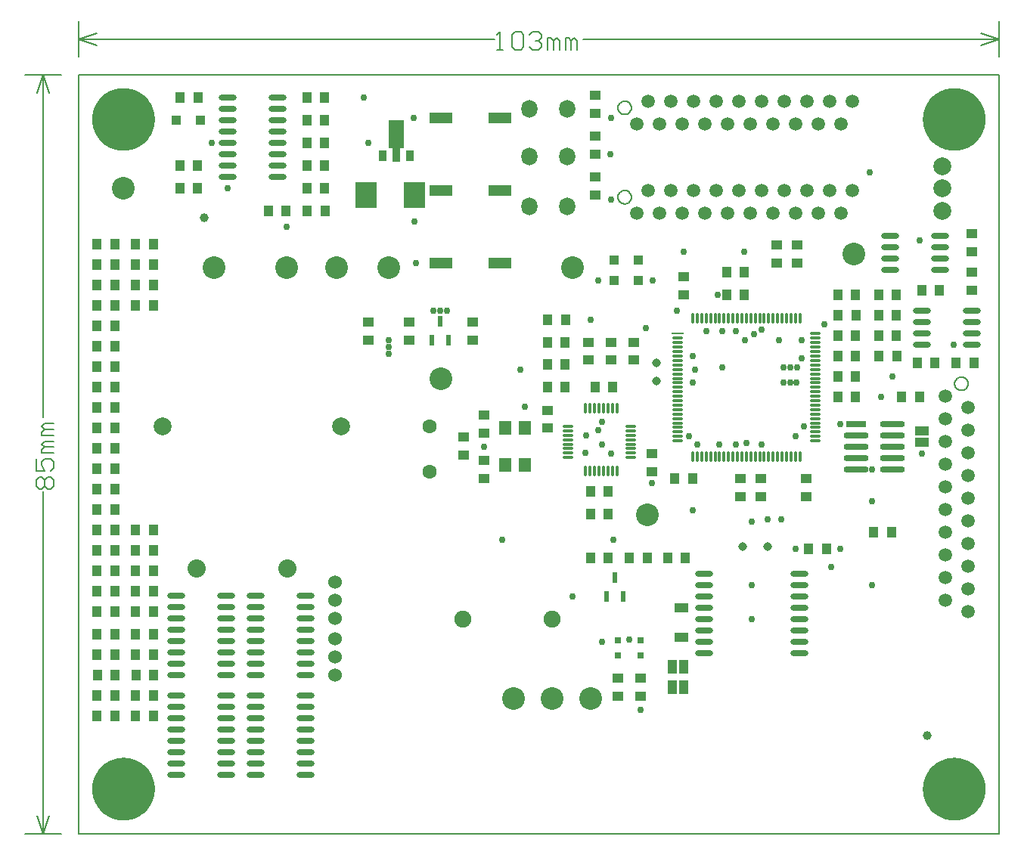
<source format=gts>
*%FSLAX53Y53*%
*%MOMM*%
G01*
%ADD11C,0.100*%
%ADD12C,0.150*%
%ADD13C,0.186*%
%ADD14C,0.200*%
%ADD15C,0.203*%
%ADD16C,0.250*%
%ADD17C,0.254*%
%ADD18O,0.270X1.300*%
%ADD19O,0.290X1.350*%
%ADD20C,0.305*%
%ADD21C,0.381*%
%ADD22C,0.508*%
%ADD23C,0.762*%
%ADD24C,0.800*%
%ADD25C,0.800*%
%ADD26C,1.000*%
%ADD27C,1.100*%
%ADD28C,1.250*%
%ADD29C,1.270*%
%ADD30O,1.300X0.270*%
%ADD31O,1.350X0.290*%
%ADD32C,1.500*%
%ADD33C,1.524*%
%ADD34C,1.600*%
%ADD35O,1.800X2.000*%
%ADD36C,1.816*%
%ADD37C,1.816*%
%ADD38C,1.905*%
%ADD39C,2.000*%
%ADD40O,2.032X0.610*%
%ADD41C,2.032*%
%ADD42C,2.116*%
%ADD43C,2.266*%
%ADD44C,2.540*%
%ADD45O,2.794X0.737*%
%ADD46C,3.800*%
%ADD47C,4.816*%
%ADD48C,6.350*%
%ADD49R,0.584X0.584*%
%ADD50R,0.600X1.250*%
%ADD51R,0.800X0.800*%
%ADD52R,0.889X0.889*%
%ADD53R,0.900X1.300*%
%ADD54R,0.900X2.000*%
%ADD55R,1.000X1.000*%
%ADD56R,1.000X1.250*%
%ADD57R,1.000X1.500*%
%ADD58R,1.250X1.000*%
%ADD59R,1.350X0.290*%
%ADD60R,1.400X1.600*%
%ADD61R,1.500X1.000*%
%ADD62R,1.500X1.100*%
%ADD63R,1.676X1.676*%
%ADD64R,2.286X0.737*%
%ADD65R,2.400X3.000*%
%ADD66R,2.540X1.270*%
%ADD67P,1.000X8X0*%
D14*
X196796Y157705D02*
X299796D01*
Y242705D01*
X196796D01*
Y157705D01*
X299796Y244705D02*
Y248705D01*
X196796D02*
Y244705D01*
X297796Y246039D02*
X299796Y246705D01*
X297796Y247372D01*
X198796Y246039D02*
X196796Y246705D01*
X198796Y247372D01*
X253248Y246705D02*
X299796D01*
X243343D02*
X196796D01*
X194796Y242705D02*
X190796D01*
Y157705D02*
X194796D01*
X193462Y240705D02*
X192796Y242705D01*
X192129Y240705D01*
X193462Y159705D02*
X192796Y157705D01*
X192129Y159705D01*
X192796Y204325D02*
Y242705D01*
Y196086D02*
Y157705D01*
X243597Y245506D02*
X244264D01*
X243930D01*
Y247505D01*
X243956D01*
X243930D02*
X243597Y247172D01*
X245263D02*
X245597Y247505D01*
X246263D01*
X246596Y247172D01*
Y245839D01*
X246263Y245506D01*
X245597D01*
X245263Y245839D01*
Y247172D01*
X247263D02*
X247596Y247505D01*
X248262D01*
X248596Y247172D01*
Y246839D01*
X248621D01*
X248596D02*
X248621D01*
X248596D02*
X248621D01*
X248596D02*
X248262Y246505D01*
X247929D01*
X248262D01*
X248596Y246172D01*
Y245839D01*
X248262Y245506D01*
X247596D01*
X247263Y245839D01*
X249262Y245506D02*
Y246839D01*
X249595D01*
X249929Y246505D01*
Y245506D01*
Y246505D01*
X250262Y246839D01*
X250595Y246505D01*
Y245506D01*
X251261D02*
Y246839D01*
X251595D01*
X251928Y246505D01*
Y245506D01*
Y246505D01*
X252261Y246839D01*
X252594Y246505D01*
Y245506D01*
X192329Y196340D02*
X191996Y196673D01*
Y197340D01*
X192329Y197673D01*
X192663D01*
X192996Y197340D01*
X193329Y197673D01*
X193662D01*
X193995Y197340D01*
Y196673D01*
X193662Y196340D01*
X193329D01*
X192996Y196673D01*
X192663Y196340D01*
X192329D01*
X192996Y196673D02*
Y197340D01*
X191996Y198339D02*
Y199672D01*
Y198339D02*
X192996D01*
X192663Y199006D01*
Y199339D01*
X192996Y199672D01*
X193662D01*
X193995Y199339D01*
Y198672D01*
X193662Y198339D01*
X193995Y200339D02*
X192663D01*
Y200672D01*
X192996Y201005D01*
X193995D01*
X192996D01*
X192663Y201338D01*
X192996Y201672D01*
X193995D01*
Y202338D02*
X192663D01*
Y202671D01*
X192996Y203004D01*
X193995D01*
X192996D01*
X192663Y203338D01*
X192996Y203671D01*
X193995D01*
X258646Y239005D02*
X258641Y238923D01*
X258628Y238841D01*
X258605Y238762D01*
X258574Y238685D01*
X258535Y238613D01*
X258488Y238545D01*
X258433Y238482D01*
X258373Y238426D01*
X258306Y238378D01*
X258234Y238336D01*
X258159Y238303D01*
X258080Y238278D01*
X257999Y238262D01*
X257916Y238256D01*
X257834Y238258D01*
X257752Y238269D01*
X257672Y238290D01*
X257595Y238319D01*
X257521Y238356D01*
X257452Y238401D01*
X257388Y238454D01*
X257330Y238513D01*
X257279Y238578D01*
X257236Y238648D01*
X257201Y238723D01*
X257174Y238801D01*
X257156Y238882D01*
X257147Y238964D01*
Y239047D01*
X257156Y239129D01*
X257174Y239209D01*
X257201Y239288D01*
X257236Y239362D01*
X257279Y239433D01*
X257330Y239498D01*
X257388Y239557D01*
X257452Y239610D01*
X257521Y239655D01*
X257595Y239692D01*
X257672Y239721D01*
X257752Y239741D01*
X257834Y239753D01*
X257916Y239755D01*
X257999Y239748D01*
X258080Y239732D01*
X258159Y239708D01*
X258234Y239675D01*
X258306Y239633D01*
X258373Y239584D01*
X258433Y239528D01*
X258488Y239466D01*
X258535Y239398D01*
X258574Y239325D01*
X258605Y239249D01*
X258628Y239169D01*
X258641Y239088D01*
X258646Y239005D01*
Y229005D02*
X258641Y228923D01*
X258628Y228841D01*
X258605Y228762D01*
X258574Y228685D01*
X258535Y228613D01*
X258488Y228545D01*
X258433Y228482D01*
X258373Y228426D01*
X258306Y228378D01*
X258234Y228336D01*
X258159Y228303D01*
X258080Y228278D01*
X257999Y228262D01*
X257916Y228256D01*
X257834Y228258D01*
X257752Y228269D01*
X257672Y228290D01*
X257595Y228319D01*
X257521Y228356D01*
X257452Y228401D01*
X257388Y228454D01*
X257330Y228513D01*
X257279Y228578D01*
X257236Y228648D01*
X257201Y228723D01*
X257174Y228801D01*
X257156Y228882D01*
X257147Y228964D01*
Y229047D01*
X257156Y229129D01*
X257174Y229209D01*
X257201Y229288D01*
X257236Y229362D01*
X257279Y229433D01*
X257330Y229498D01*
X257388Y229557D01*
X257452Y229610D01*
X257521Y229655D01*
X257595Y229692D01*
X257672Y229721D01*
X257752Y229741D01*
X257834Y229753D01*
X257916Y229755D01*
X257999Y229748D01*
X258080Y229732D01*
X258159Y229708D01*
X258234Y229675D01*
X258306Y229633D01*
X258373Y229584D01*
X258433Y229528D01*
X258488Y229466D01*
X258535Y229398D01*
X258574Y229325D01*
X258605Y229249D01*
X258628Y229169D01*
X258641Y229088D01*
X258646Y229005D01*
X296346Y208105D02*
X296341Y208023D01*
X296328Y207941D01*
X296305Y207862D01*
X296274Y207785D01*
X296235Y207713D01*
X296188Y207645D01*
X296133Y207582D01*
X296073Y207526D01*
X296006Y207478D01*
X295934Y207436D01*
X295859Y207403D01*
X295780Y207378D01*
X295699Y207363D01*
X295616Y207356D01*
X295534Y207358D01*
X295452Y207369D01*
X295372Y207390D01*
X295295Y207419D01*
X295221Y207456D01*
X295152Y207501D01*
X295088Y207554D01*
X295030Y207613D01*
X294979Y207678D01*
X294936Y207748D01*
X294901Y207823D01*
X294874Y207901D01*
X294856Y207982D01*
X294847Y208064D01*
Y208147D01*
X294856Y208229D01*
X294874Y208309D01*
X294901Y208388D01*
X294936Y208462D01*
X294979Y208533D01*
X295030Y208598D01*
X295088Y208657D01*
X295152Y208710D01*
X295221Y208755D01*
X295295Y208792D01*
X295372Y208821D01*
X295452Y208842D01*
X295534Y208853D01*
X295616Y208855D01*
X295699Y208848D01*
X295780Y208832D01*
X295859Y208808D01*
X295934Y208775D01*
X296006Y208733D01*
X296073Y208684D01*
X296133Y208628D01*
X296188Y208566D01*
X296235Y208498D01*
X296274Y208426D01*
X296305Y208349D01*
X296328Y208269D01*
X296341Y208188D01*
X296346Y208105D01*
D18*
X253536Y205335D02*
D03*
X254036D02*
D03*
X254536D02*
D03*
X255036D02*
D03*
X257036Y198335D02*
D03*
X256536D02*
D03*
X256036D02*
D03*
X255536D02*
D03*
X255036D02*
D03*
X254536D02*
D03*
X254036D02*
D03*
X253536D02*
D03*
X256036Y205335D02*
D03*
X256536D02*
D03*
X257036D02*
D03*
X255536D02*
D03*
D19*
X268521Y199980D02*
D03*
X276521D02*
D03*
X277021D02*
D03*
X274021D02*
D03*
X273521D02*
D03*
X268021D02*
D03*
X270021D02*
D03*
X272521D02*
D03*
X273021D02*
D03*
X274521D02*
D03*
X275021D02*
D03*
X275521D02*
D03*
X269021Y215430D02*
D03*
X268521D02*
D03*
X268021D02*
D03*
X266021Y199980D02*
D03*
X272021D02*
D03*
X272521Y215430D02*
D03*
X277521Y199980D02*
D03*
X265521Y215430D02*
D03*
Y199980D02*
D03*
X271021D02*
D03*
X271521Y215430D02*
D03*
X276021Y199980D02*
D03*
X275021Y215430D02*
D03*
X274521D02*
D03*
X271521Y199980D02*
D03*
X272021Y215430D02*
D03*
X269521D02*
D03*
X270021D02*
D03*
X270521D02*
D03*
X271021D02*
D03*
X266021D02*
D03*
X277521D02*
D03*
X277021D02*
D03*
X276521D02*
D03*
X276021D02*
D03*
X275521D02*
D03*
X274021D02*
D03*
X273521D02*
D03*
X273021D02*
D03*
X267521D02*
D03*
X267021D02*
D03*
X266521D02*
D03*
X267021Y199980D02*
D03*
X267521D02*
D03*
X266521D02*
D03*
X270521D02*
D03*
X269021D02*
D03*
X269521D02*
D03*
D22*
X198550Y162705D02*
X198575D01*
X198550D02*
X198552Y162580D01*
X198560Y162454D01*
X198572Y162329D01*
X198589Y162204D01*
X198611Y162080D01*
X198637Y161957D01*
X198669Y161835D01*
X198705Y161714D01*
X198746Y161595D01*
X198791Y161478D01*
X198841Y161362D01*
X198895Y161249D01*
X198954Y161137D01*
X199017Y161028D01*
X199084Y160922D01*
X199155Y160818D01*
X199230Y160717D01*
X199309Y160619D01*
X199392Y160524D01*
X199478Y160432D01*
X199568Y160344D01*
X199661Y160260D01*
X199758Y160179D01*
X199857Y160102D01*
X199960Y160028D01*
X200065Y159959D01*
X200173Y159894D01*
X200283Y159833D01*
X200396Y159777D01*
X200510Y159725D01*
X200627Y159677D01*
X200745Y159634D01*
X200865Y159596D01*
X200986Y159562D01*
X201109Y159533D01*
X201232Y159509D01*
X201357Y159489D01*
X201482Y159475D01*
X201607Y159465D01*
X201733Y159460D01*
X201859D01*
X201985Y159465D01*
X202110Y159475D01*
X202235Y159489D01*
X202359Y159509D01*
X202483Y159533D01*
X202605Y159562D01*
X202727Y159596D01*
X202847Y159634D01*
X202965Y159677D01*
X203081Y159725D01*
X203196Y159777D01*
X203309Y159833D01*
X203419Y159894D01*
X203527Y159959D01*
X203632Y160028D01*
X203734Y160102D01*
X203834Y160179D01*
X203930Y160260D01*
X204023Y160344D01*
X204113Y160432D01*
X204200Y160524D01*
X204282Y160619D01*
X204361Y160717D01*
X204437Y160818D01*
X204508Y160922D01*
X204575Y161028D01*
X204638Y161137D01*
X204697Y161249D01*
X204751Y161362D01*
X204801Y161478D01*
X204846Y161595D01*
X204887Y161714D01*
X204923Y161835D01*
X204954Y161957D01*
X204981Y162080D01*
X205003Y162204D01*
X205020Y162329D01*
X205032Y162454D01*
X205039Y162580D01*
X205042Y162705D01*
X205067D01*
X205042D02*
X205039Y162831D01*
X205032Y162957D01*
X205020Y163082D01*
X205003Y163207D01*
X204981Y163331D01*
X204954Y163454D01*
X204923Y163576D01*
X204887Y163696D01*
X204846Y163816D01*
X204801Y163933D01*
X204751Y164049D01*
X204697Y164162D01*
X204638Y164274D01*
X204575Y164383D01*
X204508Y164489D01*
X204437Y164593D01*
X204361Y164694D01*
X204282Y164792D01*
X204200Y164887D01*
X204113Y164978D01*
X204023Y165066D01*
X203930Y165151D01*
X203834Y165232D01*
X203734Y165309D01*
X203632Y165382D01*
X203527Y165451D01*
X203419Y165517D01*
X203309Y165577D01*
X203196Y165634D01*
X203081Y165686D01*
X202965Y165734D01*
X202847Y165777D01*
X202727Y165815D01*
X202605Y165849D01*
X202483Y165878D01*
X202359Y165902D01*
X202235Y165922D01*
X202110Y165936D01*
X201985Y165946D01*
X201859Y165951D01*
X201733D01*
X201607Y165946D01*
X201482Y165936D01*
X201357Y165922D01*
X201232Y165902D01*
X201109Y165878D01*
X200986Y165849D01*
X200865Y165815D01*
X200745Y165777D01*
X200627Y165734D01*
X200510Y165686D01*
X200396Y165634D01*
X200283Y165577D01*
X200173Y165517D01*
X200065Y165451D01*
X199960Y165382D01*
X199857Y165309D01*
X199758Y165232D01*
X199661Y165151D01*
X199568Y165066D01*
X199478Y164978D01*
X199392Y164887D01*
X199309Y164792D01*
X199230Y164694D01*
X199155Y164593D01*
X199084Y164489D01*
X199017Y164383D01*
X198954Y164274D01*
X198895Y164162D01*
X198841Y164049D01*
X198791Y163933D01*
X198746Y163816D01*
X198705Y163696D01*
X198669Y163576D01*
X198637Y163454D01*
X198611Y163331D01*
X198589Y163207D01*
X198572Y163082D01*
X198560Y162957D01*
X198552Y162831D01*
X198550Y162705D01*
X199007D02*
X199032D01*
X199007D02*
X199010Y162578D01*
X199019Y162452D01*
X199033Y162326D01*
X199053Y162200D01*
X199079Y162076D01*
X199110Y161953D01*
X199147Y161832D01*
X199190Y161712D01*
X199238Y161594D01*
X199291Y161479D01*
X199350Y161366D01*
X199413Y161256D01*
X199481Y161149D01*
X199555Y161046D01*
X199632Y160945D01*
X199715Y160849D01*
X199802Y160756D01*
X199892Y160667D01*
X199987Y160583D01*
X200086Y160503D01*
X200188Y160427D01*
X200293Y160356D01*
X200401Y160290D01*
X200513Y160229D01*
X200627Y160173D01*
X200743Y160123D01*
X200862Y160078D01*
X200982Y160038D01*
X201105Y160004D01*
X201228Y159975D01*
X201353Y159952D01*
X201479Y159935D01*
X201605Y159923D01*
X201732Y159917D01*
X201859D01*
X201986Y159923D01*
X202113Y159935D01*
X202238Y159952D01*
X202363Y159975D01*
X202487Y160004D01*
X202609Y160038D01*
X202730Y160078D01*
X202848Y160123D01*
X202965Y160173D01*
X203079Y160229D01*
X203190Y160290D01*
X203299Y160356D01*
X203404Y160427D01*
X203506Y160503D01*
X203605Y160583D01*
X203699Y160667D01*
X203790Y160756D01*
X203877Y160849D01*
X203959Y160945D01*
X204037Y161046D01*
X204110Y161149D01*
X204179Y161256D01*
X204242Y161366D01*
X204300Y161479D01*
X204354Y161594D01*
X204402Y161712D01*
X204444Y161832D01*
X204481Y161953D01*
X204513Y162076D01*
X204538Y162200D01*
X204559Y162326D01*
X204573Y162452D01*
X204582Y162578D01*
X204585Y162705D01*
X204610D01*
X204585D02*
X204582Y162832D01*
X204573Y162959D01*
X204559Y163085D01*
X204538Y163210D01*
X204513Y163335D01*
X204481Y163458D01*
X204444Y163579D01*
X204402Y163699D01*
X204354Y163816D01*
X204300Y163932D01*
X204242Y164044D01*
X204179Y164154D01*
X204110Y164261D01*
X204037Y164365D01*
X203959Y164465D01*
X203877Y164562D01*
X203790Y164655D01*
X203699Y164744D01*
X203605Y164828D01*
X203506Y164908D01*
X203404Y164984D01*
X203299Y165055D01*
X203190Y165121D01*
X203079Y165182D01*
X202965Y165237D01*
X202848Y165288D01*
X202730Y165333D01*
X202609Y165373D01*
X202487Y165407D01*
X202363Y165436D01*
X202238Y165459D01*
X202113Y165476D01*
X201986Y165488D01*
X201859Y165493D01*
X201732D01*
X201605Y165488D01*
X201479Y165476D01*
X201353Y165459D01*
X201228Y165436D01*
X201105Y165407D01*
X200982Y165373D01*
X200862Y165333D01*
X200743Y165288D01*
X200627Y165237D01*
X200513Y165182D01*
X200401Y165121D01*
X200293Y165055D01*
X200188Y164984D01*
X200086Y164908D01*
X199987Y164828D01*
X199892Y164744D01*
X199802Y164655D01*
X199715Y164562D01*
X199632Y164465D01*
X199555Y164365D01*
X199481Y164261D01*
X199413Y164154D01*
X199350Y164044D01*
X199291Y163932D01*
X199238Y163816D01*
X199190Y163699D01*
X199147Y163579D01*
X199110Y163458D01*
X199079Y163335D01*
X199053Y163210D01*
X199033Y163085D01*
X199019Y162959D01*
X199010Y162832D01*
X199007Y162705D01*
X199464D02*
X199490D01*
X199464D02*
X199467Y162589D01*
X199476Y162473D01*
X199490Y162358D01*
X199510Y162243D01*
X199536Y162130D01*
X199568Y162018D01*
X199605Y161908D01*
X199647Y161800D01*
X199695Y161694D01*
X199748Y161590D01*
X199806Y161490D01*
X199869Y161392D01*
X199937Y161298D01*
X200010Y161207D01*
X200087Y161120D01*
X200168Y161036D01*
X200253Y160957D01*
X200342Y160882D01*
X200435Y160812D01*
X200531Y160747D01*
X200630Y160686D01*
X200732Y160631D01*
X200837Y160580D01*
X200944Y160535D01*
X201053Y160495D01*
X201164Y160461D01*
X201277Y160432D01*
X201391Y160409D01*
X201506Y160392D01*
X201622Y160380D01*
X201738Y160375D01*
X201854D01*
X201970Y160380D01*
X202086Y160392D01*
X202201Y160409D01*
X202315Y160432D01*
X202427Y160461D01*
X202538Y160495D01*
X202648Y160535D01*
X202755Y160580D01*
X202860Y160631D01*
X202962Y160686D01*
X203061Y160747D01*
X203157Y160812D01*
X203250Y160882D01*
X203339Y160957D01*
X203424Y161036D01*
X203505Y161120D01*
X203582Y161207D01*
X203654Y161298D01*
X203722Y161392D01*
X203785Y161490D01*
X203843Y161590D01*
X203896Y161694D01*
X203944Y161800D01*
X203987Y161908D01*
X204024Y162018D01*
X204055Y162130D01*
X204081Y162243D01*
X204101Y162358D01*
X204116Y162473D01*
X204125Y162589D01*
X204127Y162705D01*
X204153D01*
X204127D02*
X204125Y162822D01*
X204116Y162938D01*
X204101Y163053D01*
X204081Y163167D01*
X204055Y163281D01*
X204024Y163393D01*
X203987Y163503D01*
X203944Y163611D01*
X203896Y163717D01*
X203843Y163820D01*
X203785Y163921D01*
X203722Y164019D01*
X203654Y164113D01*
X203582Y164204D01*
X203505Y164291D01*
X203424Y164375D01*
X203339Y164454D01*
X203250Y164528D01*
X203157Y164599D01*
X203061Y164664D01*
X202962Y164725D01*
X202860Y164780D01*
X202755Y164831D01*
X202648Y164876D01*
X202538Y164916D01*
X202427Y164950D01*
X202315Y164979D01*
X202201Y165002D01*
X202086Y165019D01*
X201970Y165030D01*
X201854Y165036D01*
X201738D01*
X201622Y165030D01*
X201506Y165019D01*
X201391Y165002D01*
X201277Y164979D01*
X201164Y164950D01*
X201053Y164916D01*
X200944Y164876D01*
X200837Y164831D01*
X200732Y164780D01*
X200630Y164725D01*
X200531Y164664D01*
X200435Y164599D01*
X200342Y164528D01*
X200253Y164454D01*
X200168Y164375D01*
X200087Y164291D01*
X200010Y164204D01*
X199937Y164113D01*
X199869Y164019D01*
X199806Y163921D01*
X199748Y163820D01*
X199695Y163717D01*
X199647Y163611D01*
X199605Y163503D01*
X199568Y163393D01*
X199536Y163281D01*
X199510Y163167D01*
X199490Y163053D01*
X199476Y162938D01*
X199467Y162822D01*
X199464Y162705D01*
X199921D02*
X199947D01*
X199921D02*
X199925Y162590D01*
X199936Y162475D01*
X199953Y162361D01*
X199978Y162248D01*
X200010Y162137D01*
X200048Y162028D01*
X200093Y161922D01*
X200144Y161819D01*
X200202Y161719D01*
X200266Y161622D01*
X200335Y161530D01*
X200411Y161443D01*
X200491Y161360D01*
X200576Y161282D01*
X200666Y161210D01*
X200760Y161143D01*
X200859Y161082D01*
X200960Y161028D01*
X201065Y160979D01*
X201173Y160938D01*
X201283Y160903D01*
X201395Y160874D01*
X201508Y160853D01*
X201623Y160839D01*
X201738Y160832D01*
X201854D01*
X201969Y160839D01*
X202083Y160853D01*
X202197Y160874D01*
X202309Y160903D01*
X202419Y160938D01*
X202526Y160979D01*
X202631Y161028D01*
X202733Y161082D01*
X202831Y161143D01*
X202925Y161210D01*
X203015Y161282D01*
X203101Y161360D01*
X203181Y161443D01*
X203256Y161530D01*
X203326Y161622D01*
X203389Y161719D01*
X203447Y161819D01*
X203499Y161922D01*
X203544Y162028D01*
X203582Y162137D01*
X203614Y162248D01*
X203638Y162361D01*
X203656Y162475D01*
X203667Y162590D01*
X203670Y162705D01*
X203696D01*
X203670D02*
X203667Y162821D01*
X203656Y162936D01*
X203638Y163050D01*
X203614Y163163D01*
X203582Y163274D01*
X203544Y163383D01*
X203499Y163489D01*
X203447Y163592D01*
X203389Y163692D01*
X203326Y163788D01*
X203256Y163881D01*
X203181Y163968D01*
X203101Y164051D01*
X203015Y164129D01*
X202925Y164201D01*
X202831Y164268D01*
X202733Y164329D01*
X202631Y164383D01*
X202526Y164432D01*
X202419Y164473D01*
X202309Y164508D01*
X202197Y164536D01*
X202083Y164558D01*
X201969Y164572D01*
X201854Y164579D01*
X201738D01*
X201623Y164572D01*
X201508Y164558D01*
X201395Y164536D01*
X201283Y164508D01*
X201173Y164473D01*
X201065Y164432D01*
X200960Y164383D01*
X200859Y164329D01*
X200760Y164268D01*
X200666Y164201D01*
X200576Y164129D01*
X200491Y164051D01*
X200411Y163968D01*
X200335Y163881D01*
X200266Y163788D01*
X200202Y163692D01*
X200144Y163592D01*
X200093Y163489D01*
X200048Y163383D01*
X200010Y163274D01*
X199978Y163163D01*
X199953Y163050D01*
X199936Y162936D01*
X199925Y162821D01*
X199921Y162705D01*
X200379D02*
X200404D01*
X200379D02*
X200383Y162591D01*
X200397Y162478D01*
X200420Y162366D01*
X200452Y162257D01*
X200492Y162150D01*
X200541Y162047D01*
X200598Y161948D01*
X200663Y161854D01*
X200735Y161766D01*
X200814Y161683D01*
X200900Y161608D01*
X200991Y161539D01*
X201087Y161478D01*
X201188Y161425D01*
X201293Y161380D01*
X201402Y161344D01*
X201512Y161317D01*
X201625Y161299D01*
X201739Y161289D01*
X201853D01*
X201967Y161299D01*
X202079Y161317D01*
X202190Y161344D01*
X202298Y161380D01*
X202403Y161425D01*
X202504Y161478D01*
X202601Y161539D01*
X202692Y161608D01*
X202778Y161683D01*
X202857Y161766D01*
X202929Y161854D01*
X202994Y161948D01*
X203051Y162047D01*
X203100Y162150D01*
X203140Y162257D01*
X203172Y162366D01*
X203195Y162478D01*
X203208Y162591D01*
X203213Y162705D01*
X203238D01*
X203213D02*
X203208Y162819D01*
X203195Y162933D01*
X203172Y163045D01*
X203140Y163154D01*
X203100Y163261D01*
X203051Y163364D01*
X202994Y163463D01*
X202929Y163557D01*
X202857Y163645D01*
X202778Y163727D01*
X202692Y163803D01*
X202601Y163872D01*
X202504Y163933D01*
X202403Y163986D01*
X202298Y164031D01*
X202190Y164067D01*
X202079Y164094D01*
X201967Y164112D01*
X201853Y164121D01*
X201739D01*
X201625Y164112D01*
X201512Y164094D01*
X201402Y164067D01*
X201293Y164031D01*
X201188Y163986D01*
X201087Y163933D01*
X200991Y163872D01*
X200900Y163803D01*
X200814Y163727D01*
X200735Y163645D01*
X200663Y163557D01*
X200598Y163463D01*
X200541Y163364D01*
X200492Y163261D01*
X200452Y163154D01*
X200420Y163045D01*
X200397Y162933D01*
X200383Y162819D01*
X200379Y162705D01*
X200836D02*
X200861D01*
X200836D02*
X200842Y162594D01*
X200862Y162484D01*
X200894Y162377D01*
X200938Y162275D01*
X200994Y162178D01*
X201060Y162088D01*
X201137Y162007D01*
X201223Y161935D01*
X201316Y161874D01*
X201416Y161824D01*
X201520Y161786D01*
X201629Y161760D01*
X201740Y161747D01*
X201852D01*
X201963Y161760D01*
X202071Y161786D01*
X202176Y161824D01*
X202276Y161874D01*
X202369Y161935D01*
X202455Y162007D01*
X202531Y162088D01*
X202598Y162178D01*
X202654Y162275D01*
X202698Y162377D01*
X202730Y162484D01*
X202749Y162594D01*
X202756Y162705D01*
X202781D01*
X202756D02*
X202749Y162817D01*
X202730Y162927D01*
X202698Y163034D01*
X202654Y163136D01*
X202598Y163233D01*
X202531Y163322D01*
X202455Y163404D01*
X202369Y163475D01*
X202276Y163537D01*
X202176Y163587D01*
X202071Y163625D01*
X201963Y163651D01*
X201852Y163664D01*
X201740D01*
X201629Y163651D01*
X201520Y163625D01*
X201416Y163587D01*
X201316Y163537D01*
X201223Y163475D01*
X201137Y163404D01*
X201060Y163322D01*
X200994Y163233D01*
X200938Y163136D01*
X200894Y163034D01*
X200862Y162927D01*
X200842Y162817D01*
X200836Y162705D01*
X201293D02*
X201318D01*
X201293D02*
X201304Y162601D01*
X201336Y162501D01*
X201389Y162410D01*
X201459Y162332D01*
X201544Y162270D01*
X201640Y162227D01*
X201743Y162205D01*
X201848D01*
X201951Y162227D01*
X202047Y162270D01*
X202132Y162332D01*
X202203Y162410D01*
X202255Y162501D01*
X202288Y162601D01*
X202299Y162705D01*
X202324D01*
X202299D02*
X202288Y162810D01*
X202255Y162910D01*
X202203Y163001D01*
X202132Y163079D01*
X202047Y163141D01*
X201951Y163184D01*
X201848Y163205D01*
X201743D01*
X201640Y163184D01*
X201544Y163141D01*
X201459Y163079D01*
X201389Y163001D01*
X201336Y162910D01*
X201304Y162810D01*
X201293Y162705D01*
X201750D02*
X201776D01*
X201750D02*
X201753Y162690D01*
X201761Y162676D01*
X201773Y162666D01*
X201788Y162660D01*
X201804D01*
X201819Y162666D01*
X201831Y162676D01*
X201839Y162690D01*
X201841Y162705D01*
X201867D01*
X201841D02*
X201839Y162721D01*
X201831Y162735D01*
X201819Y162745D01*
X201804Y162750D01*
X201788D01*
X201773Y162745D01*
X201761Y162735D01*
X201753Y162721D01*
X201750Y162705D01*
X291550D02*
X291575D01*
X291550D02*
X291552Y162580D01*
X291560Y162454D01*
X291572Y162329D01*
X291589Y162204D01*
X291611Y162080D01*
X291637Y161957D01*
X291669Y161835D01*
X291705Y161714D01*
X291746Y161595D01*
X291791Y161478D01*
X291841Y161362D01*
X291895Y161249D01*
X291954Y161137D01*
X292017Y161028D01*
X292084Y160922D01*
X292155Y160818D01*
X292230Y160717D01*
X292309Y160619D01*
X292392Y160524D01*
X292478Y160432D01*
X292568Y160344D01*
X292661Y160260D01*
X292758Y160179D01*
X292857Y160102D01*
X292960Y160028D01*
X293065Y159959D01*
X293173Y159894D01*
X293283Y159833D01*
X293396Y159777D01*
X293510Y159725D01*
X293627Y159677D01*
X293745Y159634D01*
X293865Y159596D01*
X293986Y159562D01*
X294109Y159533D01*
X294232Y159509D01*
X294357Y159489D01*
X294482Y159475D01*
X294607Y159465D01*
X294733Y159460D01*
X294859D01*
X294985Y159465D01*
X295110Y159475D01*
X295235Y159489D01*
X295359Y159509D01*
X295483Y159533D01*
X295605Y159562D01*
X295727Y159596D01*
X295847Y159634D01*
X295965Y159677D01*
X296081Y159725D01*
X296196Y159777D01*
X296309Y159833D01*
X296419Y159894D01*
X296527Y159959D01*
X296632Y160028D01*
X296734Y160102D01*
X296834Y160179D01*
X296930Y160260D01*
X297023Y160344D01*
X297113Y160432D01*
X297200Y160524D01*
X297282Y160619D01*
X297361Y160717D01*
X297437Y160818D01*
X297508Y160922D01*
X297575Y161028D01*
X297638Y161137D01*
X297697Y161249D01*
X297751Y161362D01*
X297801Y161478D01*
X297846Y161595D01*
X297887Y161714D01*
X297923Y161835D01*
X297954Y161957D01*
X297981Y162080D01*
X298003Y162204D01*
X298020Y162329D01*
X298032Y162454D01*
X298039Y162580D01*
X298042Y162705D01*
X298067D01*
X298042D02*
X298039Y162831D01*
X298032Y162957D01*
X298020Y163082D01*
X298003Y163207D01*
X297981Y163331D01*
X297954Y163454D01*
X297923Y163576D01*
X297887Y163696D01*
X297846Y163816D01*
X297801Y163933D01*
X297751Y164049D01*
X297697Y164162D01*
X297638Y164274D01*
X297575Y164383D01*
X297508Y164489D01*
X297437Y164593D01*
X297361Y164694D01*
X297282Y164792D01*
X297200Y164887D01*
X297113Y164978D01*
X297023Y165066D01*
X296930Y165151D01*
X296834Y165232D01*
X296734Y165309D01*
X296632Y165382D01*
X296527Y165451D01*
X296419Y165517D01*
X296309Y165577D01*
X296196Y165634D01*
X296081Y165686D01*
X295965Y165734D01*
X295847Y165777D01*
X295727Y165815D01*
X295605Y165849D01*
X295483Y165878D01*
X295359Y165902D01*
X295235Y165922D01*
X295110Y165936D01*
X294985Y165946D01*
X294859Y165951D01*
X294733D01*
X294607Y165946D01*
X294482Y165936D01*
X294357Y165922D01*
X294232Y165902D01*
X294109Y165878D01*
X293986Y165849D01*
X293865Y165815D01*
X293745Y165777D01*
X293627Y165734D01*
X293510Y165686D01*
X293396Y165634D01*
X293283Y165577D01*
X293173Y165517D01*
X293065Y165451D01*
X292960Y165382D01*
X292857Y165309D01*
X292758Y165232D01*
X292661Y165151D01*
X292568Y165066D01*
X292478Y164978D01*
X292392Y164887D01*
X292309Y164792D01*
X292230Y164694D01*
X292155Y164593D01*
X292084Y164489D01*
X292017Y164383D01*
X291954Y164274D01*
X291895Y164162D01*
X291841Y164049D01*
X291791Y163933D01*
X291746Y163816D01*
X291705Y163696D01*
X291669Y163576D01*
X291637Y163454D01*
X291611Y163331D01*
X291589Y163207D01*
X291572Y163082D01*
X291560Y162957D01*
X291552Y162831D01*
X291550Y162705D01*
X292007D02*
X292032D01*
X292007D02*
X292010Y162578D01*
X292019Y162452D01*
X292033Y162326D01*
X292053Y162200D01*
X292079Y162076D01*
X292110Y161953D01*
X292147Y161832D01*
X292190Y161712D01*
X292238Y161594D01*
X292291Y161479D01*
X292350Y161366D01*
X292413Y161256D01*
X292481Y161149D01*
X292555Y161046D01*
X292632Y160945D01*
X292715Y160849D01*
X292802Y160756D01*
X292892Y160667D01*
X292987Y160583D01*
X293086Y160503D01*
X293188Y160427D01*
X293293Y160356D01*
X293401Y160290D01*
X293513Y160229D01*
X293627Y160173D01*
X293743Y160123D01*
X293862Y160078D01*
X293982Y160038D01*
X294105Y160004D01*
X294228Y159975D01*
X294353Y159952D01*
X294479Y159935D01*
X294605Y159923D01*
X294732Y159917D01*
X294859D01*
X294986Y159923D01*
X295113Y159935D01*
X295238Y159952D01*
X295363Y159975D01*
X295487Y160004D01*
X295609Y160038D01*
X295730Y160078D01*
X295848Y160123D01*
X295965Y160173D01*
X296079Y160229D01*
X296190Y160290D01*
X296299Y160356D01*
X296404Y160427D01*
X296506Y160503D01*
X296605Y160583D01*
X296699Y160667D01*
X296790Y160756D01*
X296877Y160849D01*
X296959Y160945D01*
X297037Y161046D01*
X297110Y161149D01*
X297179Y161256D01*
X297242Y161366D01*
X297300Y161479D01*
X297354Y161594D01*
X297402Y161712D01*
X297444Y161832D01*
X297481Y161953D01*
X297513Y162076D01*
X297538Y162200D01*
X297559Y162326D01*
X297573Y162452D01*
X297582Y162578D01*
X297585Y162705D01*
X297610D01*
X297585D02*
X297582Y162832D01*
X297573Y162959D01*
X297559Y163085D01*
X297538Y163210D01*
X297513Y163335D01*
X297481Y163458D01*
X297444Y163579D01*
X297402Y163699D01*
X297354Y163816D01*
X297300Y163932D01*
X297242Y164044D01*
X297179Y164154D01*
X297110Y164261D01*
X297037Y164365D01*
X296959Y164465D01*
X296877Y164562D01*
X296790Y164655D01*
X296699Y164744D01*
X296605Y164828D01*
X296506Y164908D01*
X296404Y164984D01*
X296299Y165055D01*
X296190Y165121D01*
X296079Y165182D01*
X295965Y165237D01*
X295848Y165288D01*
X295730Y165333D01*
X295609Y165373D01*
X295487Y165407D01*
X295363Y165436D01*
X295238Y165459D01*
X295113Y165476D01*
X294986Y165488D01*
X294859Y165493D01*
X294732D01*
X294605Y165488D01*
X294479Y165476D01*
X294353Y165459D01*
X294228Y165436D01*
X294105Y165407D01*
X293982Y165373D01*
X293862Y165333D01*
X293743Y165288D01*
X293627Y165237D01*
X293513Y165182D01*
X293401Y165121D01*
X293293Y165055D01*
X293188Y164984D01*
X293086Y164908D01*
X292987Y164828D01*
X292892Y164744D01*
X292802Y164655D01*
X292715Y164562D01*
X292632Y164465D01*
X292555Y164365D01*
X292481Y164261D01*
X292413Y164154D01*
X292350Y164044D01*
X292291Y163932D01*
X292238Y163816D01*
X292190Y163699D01*
X292147Y163579D01*
X292110Y163458D01*
X292079Y163335D01*
X292053Y163210D01*
X292033Y163085D01*
X292019Y162959D01*
X292010Y162832D01*
X292007Y162705D01*
X292464D02*
X292490D01*
X292464D02*
X292467Y162589D01*
X292476Y162473D01*
X292490Y162358D01*
X292510Y162243D01*
X292536Y162130D01*
X292568Y162018D01*
X292605Y161908D01*
X292647Y161800D01*
X292695Y161694D01*
X292748Y161590D01*
X292806Y161490D01*
X292869Y161392D01*
X292937Y161298D01*
X293010Y161207D01*
X293087Y161120D01*
X293168Y161036D01*
X293253Y160957D01*
X293342Y160882D01*
X293435Y160812D01*
X293531Y160747D01*
X293630Y160686D01*
X293732Y160631D01*
X293837Y160580D01*
X293944Y160535D01*
X294053Y160495D01*
X294164Y160461D01*
X294277Y160432D01*
X294391Y160409D01*
X294506Y160392D01*
X294622Y160380D01*
X294738Y160375D01*
X294854D01*
X294970Y160380D01*
X295086Y160392D01*
X295201Y160409D01*
X295315Y160432D01*
X295427Y160461D01*
X295538Y160495D01*
X295648Y160535D01*
X295755Y160580D01*
X295860Y160631D01*
X295962Y160686D01*
X296061Y160747D01*
X296157Y160812D01*
X296250Y160882D01*
X296339Y160957D01*
X296424Y161036D01*
X296505Y161120D01*
X296582Y161207D01*
X296654Y161298D01*
X296722Y161392D01*
X296785Y161490D01*
X296843Y161590D01*
X296896Y161694D01*
X296944Y161800D01*
X296987Y161908D01*
X297024Y162018D01*
X297055Y162130D01*
X297081Y162243D01*
X297101Y162358D01*
X297116Y162473D01*
X297125Y162589D01*
X297127Y162705D01*
X297153D01*
X297127D02*
X297125Y162822D01*
X297116Y162938D01*
X297101Y163053D01*
X297081Y163167D01*
X297055Y163281D01*
X297024Y163393D01*
X296987Y163503D01*
X296944Y163611D01*
X296896Y163717D01*
X296843Y163820D01*
X296785Y163921D01*
X296722Y164019D01*
X296654Y164113D01*
X296582Y164204D01*
X296505Y164291D01*
X296424Y164375D01*
X296339Y164454D01*
X296250Y164528D01*
X296157Y164599D01*
X296061Y164664D01*
X295962Y164725D01*
X295860Y164780D01*
X295755Y164831D01*
X295648Y164876D01*
X295538Y164916D01*
X295427Y164950D01*
X295315Y164979D01*
X295201Y165002D01*
X295086Y165019D01*
X294970Y165030D01*
X294854Y165036D01*
X294738D01*
X294622Y165030D01*
X294506Y165019D01*
X294391Y165002D01*
X294277Y164979D01*
X294164Y164950D01*
X294053Y164916D01*
X293944Y164876D01*
X293837Y164831D01*
X293732Y164780D01*
X293630Y164725D01*
X293531Y164664D01*
X293435Y164599D01*
X293342Y164528D01*
X293253Y164454D01*
X293168Y164375D01*
X293087Y164291D01*
X293010Y164204D01*
X292937Y164113D01*
X292869Y164019D01*
X292806Y163921D01*
X292748Y163820D01*
X292695Y163717D01*
X292647Y163611D01*
X292605Y163503D01*
X292568Y163393D01*
X292536Y163281D01*
X292510Y163167D01*
X292490Y163053D01*
X292476Y162938D01*
X292467Y162822D01*
X292464Y162705D01*
X292921D02*
X292947D01*
X292921D02*
X292925Y162590D01*
X292936Y162475D01*
X292953Y162361D01*
X292978Y162248D01*
X293010Y162137D01*
X293048Y162028D01*
X293093Y161922D01*
X293144Y161819D01*
X293202Y161719D01*
X293266Y161622D01*
X293335Y161530D01*
X293411Y161443D01*
X293491Y161360D01*
X293576Y161282D01*
X293666Y161210D01*
X293760Y161143D01*
X293859Y161082D01*
X293960Y161028D01*
X294065Y160979D01*
X294173Y160938D01*
X294283Y160903D01*
X294395Y160874D01*
X294508Y160853D01*
X294623Y160839D01*
X294738Y160832D01*
X294854D01*
X294969Y160839D01*
X295083Y160853D01*
X295197Y160874D01*
X295309Y160903D01*
X295419Y160938D01*
X295526Y160979D01*
X295631Y161028D01*
X295733Y161082D01*
X295831Y161143D01*
X295925Y161210D01*
X296015Y161282D01*
X296101Y161360D01*
X296181Y161443D01*
X296256Y161530D01*
X296326Y161622D01*
X296389Y161719D01*
X296447Y161819D01*
X296499Y161922D01*
X296544Y162028D01*
X296582Y162137D01*
X296614Y162248D01*
X296638Y162361D01*
X296656Y162475D01*
X296667Y162590D01*
X296670Y162705D01*
X296696D01*
X296670D02*
X296667Y162821D01*
X296656Y162936D01*
X296638Y163050D01*
X296614Y163163D01*
X296582Y163274D01*
X296544Y163383D01*
X296499Y163489D01*
X296447Y163592D01*
X296389Y163692D01*
X296326Y163788D01*
X296256Y163881D01*
X296181Y163968D01*
X296101Y164051D01*
X296015Y164129D01*
X295925Y164201D01*
X295831Y164268D01*
X295733Y164329D01*
X295631Y164383D01*
X295526Y164432D01*
X295419Y164473D01*
X295309Y164508D01*
X295197Y164536D01*
X295083Y164558D01*
X294969Y164572D01*
X294854Y164579D01*
X294738D01*
X294623Y164572D01*
X294508Y164558D01*
X294395Y164536D01*
X294283Y164508D01*
X294173Y164473D01*
X294065Y164432D01*
X293960Y164383D01*
X293859Y164329D01*
X293760Y164268D01*
X293666Y164201D01*
X293576Y164129D01*
X293491Y164051D01*
X293411Y163968D01*
X293335Y163881D01*
X293266Y163788D01*
X293202Y163692D01*
X293144Y163592D01*
X293093Y163489D01*
X293048Y163383D01*
X293010Y163274D01*
X292978Y163163D01*
X292953Y163050D01*
X292936Y162936D01*
X292925Y162821D01*
X292921Y162705D01*
X293379D02*
X293404D01*
X293379D02*
X293383Y162591D01*
X293397Y162478D01*
X293420Y162366D01*
X293452Y162257D01*
X293492Y162150D01*
X293541Y162047D01*
X293598Y161948D01*
X293663Y161854D01*
X293735Y161766D01*
X293814Y161683D01*
X293900Y161608D01*
X293991Y161539D01*
X294087Y161478D01*
X294188Y161425D01*
X294293Y161380D01*
X294402Y161344D01*
X294512Y161317D01*
X294625Y161299D01*
X294739Y161289D01*
X294853D01*
X294967Y161299D01*
X295079Y161317D01*
X295190Y161344D01*
X295298Y161380D01*
X295403Y161425D01*
X295504Y161478D01*
X295601Y161539D01*
X295692Y161608D01*
X295778Y161683D01*
X295857Y161766D01*
X295929Y161854D01*
X295994Y161948D01*
X296051Y162047D01*
X296100Y162150D01*
X296140Y162257D01*
X296172Y162366D01*
X296195Y162478D01*
X296208Y162591D01*
X296213Y162705D01*
X296238D01*
X296213D02*
X296208Y162819D01*
X296195Y162933D01*
X296172Y163045D01*
X296140Y163154D01*
X296100Y163261D01*
X296051Y163364D01*
X295994Y163463D01*
X295929Y163557D01*
X295857Y163645D01*
X295778Y163727D01*
X295692Y163803D01*
X295601Y163872D01*
X295504Y163933D01*
X295403Y163986D01*
X295298Y164031D01*
X295190Y164067D01*
X295079Y164094D01*
X294967Y164112D01*
X294853Y164121D01*
X294739D01*
X294625Y164112D01*
X294512Y164094D01*
X294402Y164067D01*
X294293Y164031D01*
X294188Y163986D01*
X294087Y163933D01*
X293991Y163872D01*
X293900Y163803D01*
X293814Y163727D01*
X293735Y163645D01*
X293663Y163557D01*
X293598Y163463D01*
X293541Y163364D01*
X293492Y163261D01*
X293452Y163154D01*
X293420Y163045D01*
X293397Y162933D01*
X293383Y162819D01*
X293379Y162705D01*
X293836D02*
X293861D01*
X293836D02*
X293842Y162594D01*
X293862Y162484D01*
X293894Y162377D01*
X293938Y162275D01*
X293994Y162178D01*
X294060Y162088D01*
X294137Y162007D01*
X294223Y161935D01*
X294316Y161874D01*
X294416Y161824D01*
X294520Y161786D01*
X294629Y161760D01*
X294740Y161747D01*
X294852D01*
X294963Y161760D01*
X295071Y161786D01*
X295176Y161824D01*
X295276Y161874D01*
X295369Y161935D01*
X295455Y162007D01*
X295531Y162088D01*
X295598Y162178D01*
X295654Y162275D01*
X295698Y162377D01*
X295730Y162484D01*
X295749Y162594D01*
X295756Y162705D01*
X295781D01*
X295756D02*
X295749Y162817D01*
X295730Y162927D01*
X295698Y163034D01*
X295654Y163136D01*
X295598Y163233D01*
X295531Y163322D01*
X295455Y163404D01*
X295369Y163475D01*
X295276Y163537D01*
X295176Y163587D01*
X295071Y163625D01*
X294963Y163651D01*
X294852Y163664D01*
X294740D01*
X294629Y163651D01*
X294520Y163625D01*
X294416Y163587D01*
X294316Y163537D01*
X294223Y163475D01*
X294137Y163404D01*
X294060Y163322D01*
X293994Y163233D01*
X293938Y163136D01*
X293894Y163034D01*
X293862Y162927D01*
X293842Y162817D01*
X293836Y162705D01*
X294293D02*
X294318D01*
X294293D02*
X294304Y162601D01*
X294336Y162501D01*
X294389Y162410D01*
X294459Y162332D01*
X294544Y162270D01*
X294640Y162227D01*
X294743Y162205D01*
X294848D01*
X294951Y162227D01*
X295047Y162270D01*
X295132Y162332D01*
X295203Y162410D01*
X295255Y162501D01*
X295288Y162601D01*
X295299Y162705D01*
X295324D01*
X295299D02*
X295288Y162810D01*
X295255Y162910D01*
X295203Y163001D01*
X295132Y163079D01*
X295047Y163141D01*
X294951Y163184D01*
X294848Y163205D01*
X294743D01*
X294640Y163184D01*
X294544Y163141D01*
X294459Y163079D01*
X294389Y163001D01*
X294336Y162910D01*
X294304Y162810D01*
X294293Y162705D01*
X294750D02*
X294776D01*
X294750D02*
X294753Y162690D01*
X294761Y162676D01*
X294773Y162666D01*
X294788Y162660D01*
X294804D01*
X294819Y162666D01*
X294831Y162676D01*
X294839Y162690D01*
X294841Y162705D01*
X294867D01*
X294841D02*
X294839Y162721D01*
X294831Y162735D01*
X294819Y162745D01*
X294804Y162750D01*
X294788D01*
X294773Y162745D01*
X294761Y162735D01*
X294753Y162721D01*
X294750Y162705D01*
X291550Y237705D02*
X291575D01*
X291550D02*
X291552Y237580D01*
X291560Y237454D01*
X291572Y237329D01*
X291589Y237204D01*
X291611Y237080D01*
X291637Y236957D01*
X291669Y236835D01*
X291705Y236714D01*
X291746Y236595D01*
X291791Y236478D01*
X291841Y236362D01*
X291895Y236249D01*
X291954Y236137D01*
X292017Y236028D01*
X292084Y235922D01*
X292155Y235818D01*
X292230Y235717D01*
X292309Y235619D01*
X292392Y235524D01*
X292478Y235432D01*
X292568Y235344D01*
X292661Y235260D01*
X292758Y235179D01*
X292857Y235102D01*
X292960Y235028D01*
X293065Y234959D01*
X293173Y234894D01*
X293283Y234833D01*
X293396Y234777D01*
X293510Y234725D01*
X293627Y234677D01*
X293745Y234634D01*
X293865Y234596D01*
X293986Y234562D01*
X294109Y234533D01*
X294232Y234509D01*
X294357Y234489D01*
X294482Y234475D01*
X294607Y234465D01*
X294733Y234460D01*
X294859D01*
X294985Y234465D01*
X295110Y234475D01*
X295235Y234489D01*
X295359Y234509D01*
X295483Y234533D01*
X295605Y234562D01*
X295727Y234596D01*
X295847Y234634D01*
X295965Y234677D01*
X296081Y234725D01*
X296196Y234777D01*
X296309Y234833D01*
X296419Y234894D01*
X296527Y234959D01*
X296632Y235028D01*
X296734Y235102D01*
X296834Y235179D01*
X296930Y235260D01*
X297023Y235344D01*
X297113Y235432D01*
X297200Y235524D01*
X297282Y235619D01*
X297361Y235717D01*
X297437Y235818D01*
X297508Y235922D01*
X297575Y236028D01*
X297638Y236137D01*
X297697Y236249D01*
X297751Y236362D01*
X297801Y236478D01*
X297846Y236595D01*
X297887Y236714D01*
X297923Y236835D01*
X297954Y236957D01*
X297981Y237080D01*
X298003Y237204D01*
X298020Y237329D01*
X298032Y237454D01*
X298039Y237580D01*
X298042Y237705D01*
X298067D01*
X298042D02*
X298039Y237831D01*
X298032Y237957D01*
X298020Y238082D01*
X298003Y238207D01*
X297981Y238331D01*
X297954Y238454D01*
X297923Y238576D01*
X297887Y238696D01*
X297846Y238816D01*
X297801Y238933D01*
X297751Y239049D01*
X297697Y239162D01*
X297638Y239274D01*
X297575Y239383D01*
X297508Y239489D01*
X297437Y239593D01*
X297361Y239694D01*
X297282Y239792D01*
X297200Y239887D01*
X297113Y239978D01*
X297023Y240066D01*
X296930Y240151D01*
X296834Y240232D01*
X296734Y240309D01*
X296632Y240382D01*
X296527Y240451D01*
X296419Y240517D01*
X296309Y240577D01*
X296196Y240634D01*
X296081Y240686D01*
X295965Y240734D01*
X295847Y240777D01*
X295727Y240815D01*
X295605Y240849D01*
X295483Y240878D01*
X295359Y240902D01*
X295235Y240922D01*
X295110Y240936D01*
X294985Y240946D01*
X294859Y240951D01*
X294733D01*
X294607Y240946D01*
X294482Y240936D01*
X294357Y240922D01*
X294232Y240902D01*
X294109Y240878D01*
X293986Y240849D01*
X293865Y240815D01*
X293745Y240777D01*
X293627Y240734D01*
X293510Y240686D01*
X293396Y240634D01*
X293283Y240577D01*
X293173Y240517D01*
X293065Y240451D01*
X292960Y240382D01*
X292857Y240309D01*
X292758Y240232D01*
X292661Y240151D01*
X292568Y240066D01*
X292478Y239978D01*
X292392Y239887D01*
X292309Y239792D01*
X292230Y239694D01*
X292155Y239593D01*
X292084Y239489D01*
X292017Y239383D01*
X291954Y239274D01*
X291895Y239162D01*
X291841Y239049D01*
X291791Y238933D01*
X291746Y238816D01*
X291705Y238696D01*
X291669Y238576D01*
X291637Y238454D01*
X291611Y238331D01*
X291589Y238207D01*
X291572Y238082D01*
X291560Y237957D01*
X291552Y237831D01*
X291550Y237705D01*
X292007D02*
X292032D01*
X292007D02*
X292010Y237578D01*
X292019Y237452D01*
X292033Y237326D01*
X292053Y237200D01*
X292079Y237076D01*
X292110Y236953D01*
X292147Y236832D01*
X292190Y236712D01*
X292238Y236594D01*
X292291Y236479D01*
X292350Y236366D01*
X292413Y236256D01*
X292481Y236149D01*
X292555Y236046D01*
X292632Y235945D01*
X292715Y235849D01*
X292802Y235756D01*
X292892Y235667D01*
X292987Y235583D01*
X293086Y235503D01*
X293188Y235427D01*
X293293Y235356D01*
X293401Y235290D01*
X293513Y235229D01*
X293627Y235173D01*
X293743Y235123D01*
X293862Y235078D01*
X293982Y235038D01*
X294105Y235004D01*
X294228Y234975D01*
X294353Y234952D01*
X294479Y234935D01*
X294605Y234923D01*
X294732Y234917D01*
X294859D01*
X294986Y234923D01*
X295113Y234935D01*
X295238Y234952D01*
X295363Y234975D01*
X295487Y235004D01*
X295609Y235038D01*
X295730Y235078D01*
X295848Y235123D01*
X295965Y235173D01*
X296079Y235229D01*
X296190Y235290D01*
X296299Y235356D01*
X296404Y235427D01*
X296506Y235503D01*
X296605Y235583D01*
X296699Y235667D01*
X296790Y235756D01*
X296877Y235849D01*
X296959Y235945D01*
X297037Y236046D01*
X297110Y236149D01*
X297179Y236256D01*
X297242Y236366D01*
X297300Y236479D01*
X297354Y236594D01*
X297402Y236712D01*
X297444Y236832D01*
X297481Y236953D01*
X297513Y237076D01*
X297538Y237200D01*
X297559Y237326D01*
X297573Y237452D01*
X297582Y237578D01*
X297585Y237705D01*
X297610D01*
X297585D02*
X297582Y237832D01*
X297573Y237959D01*
X297559Y238085D01*
X297538Y238210D01*
X297513Y238335D01*
X297481Y238458D01*
X297444Y238579D01*
X297402Y238699D01*
X297354Y238816D01*
X297300Y238932D01*
X297242Y239044D01*
X297179Y239154D01*
X297110Y239261D01*
X297037Y239365D01*
X296959Y239465D01*
X296877Y239562D01*
X296790Y239655D01*
X296699Y239744D01*
X296605Y239828D01*
X296506Y239908D01*
X296404Y239984D01*
X296299Y240055D01*
X296190Y240121D01*
X296079Y240182D01*
X295965Y240237D01*
X295848Y240288D01*
X295730Y240333D01*
X295609Y240373D01*
X295487Y240407D01*
X295363Y240436D01*
X295238Y240459D01*
X295113Y240476D01*
X294986Y240488D01*
X294859Y240493D01*
X294732D01*
X294605Y240488D01*
X294479Y240476D01*
X294353Y240459D01*
X294228Y240436D01*
X294105Y240407D01*
X293982Y240373D01*
X293862Y240333D01*
X293743Y240288D01*
X293627Y240237D01*
X293513Y240182D01*
X293401Y240121D01*
X293293Y240055D01*
X293188Y239984D01*
X293086Y239908D01*
X292987Y239828D01*
X292892Y239744D01*
X292802Y239655D01*
X292715Y239562D01*
X292632Y239465D01*
X292555Y239365D01*
X292481Y239261D01*
X292413Y239154D01*
X292350Y239044D01*
X292291Y238932D01*
X292238Y238816D01*
X292190Y238699D01*
X292147Y238579D01*
X292110Y238458D01*
X292079Y238335D01*
X292053Y238210D01*
X292033Y238085D01*
X292019Y237959D01*
X292010Y237832D01*
X292007Y237705D01*
X292464D02*
X292490D01*
X292464D02*
X292467Y237589D01*
X292476Y237473D01*
X292490Y237358D01*
X292510Y237243D01*
X292536Y237130D01*
X292568Y237018D01*
X292605Y236908D01*
X292647Y236800D01*
X292695Y236694D01*
X292748Y236590D01*
X292806Y236490D01*
X292869Y236392D01*
X292937Y236298D01*
X293010Y236207D01*
X293087Y236120D01*
X293168Y236036D01*
X293253Y235957D01*
X293342Y235882D01*
X293435Y235812D01*
X293531Y235747D01*
X293630Y235686D01*
X293732Y235631D01*
X293837Y235580D01*
X293944Y235535D01*
X294053Y235495D01*
X294164Y235461D01*
X294277Y235432D01*
X294391Y235409D01*
X294506Y235392D01*
X294622Y235380D01*
X294738Y235375D01*
X294854D01*
X294970Y235380D01*
X295086Y235392D01*
X295201Y235409D01*
X295315Y235432D01*
X295427Y235461D01*
X295538Y235495D01*
X295648Y235535D01*
X295755Y235580D01*
X295860Y235631D01*
X295962Y235686D01*
X296061Y235747D01*
X296157Y235812D01*
X296250Y235882D01*
X296339Y235957D01*
X296424Y236036D01*
X296505Y236120D01*
X296582Y236207D01*
X296654Y236298D01*
X296722Y236392D01*
X296785Y236490D01*
X296843Y236590D01*
X296896Y236694D01*
X296944Y236800D01*
X296987Y236908D01*
X297024Y237018D01*
X297055Y237130D01*
X297081Y237243D01*
X297101Y237358D01*
X297116Y237473D01*
X297125Y237589D01*
X297127Y237705D01*
X297153D01*
X297127D02*
X297125Y237822D01*
X297116Y237938D01*
X297101Y238053D01*
X297081Y238167D01*
X297055Y238281D01*
X297024Y238393D01*
X296987Y238503D01*
X296944Y238611D01*
X296896Y238717D01*
X296843Y238820D01*
X296785Y238921D01*
X296722Y239019D01*
X296654Y239113D01*
X296582Y239204D01*
X296505Y239291D01*
X296424Y239375D01*
X296339Y239454D01*
X296250Y239528D01*
X296157Y239599D01*
X296061Y239664D01*
X295962Y239725D01*
X295860Y239780D01*
X295755Y239831D01*
X295648Y239876D01*
X295538Y239916D01*
X295427Y239950D01*
X295315Y239979D01*
X295201Y240002D01*
X295086Y240019D01*
X294970Y240030D01*
X294854Y240036D01*
X294738D01*
X294622Y240030D01*
X294506Y240019D01*
X294391Y240002D01*
X294277Y239979D01*
X294164Y239950D01*
X294053Y239916D01*
X293944Y239876D01*
X293837Y239831D01*
X293732Y239780D01*
X293630Y239725D01*
X293531Y239664D01*
X293435Y239599D01*
X293342Y239528D01*
X293253Y239454D01*
X293168Y239375D01*
X293087Y239291D01*
X293010Y239204D01*
X292937Y239113D01*
X292869Y239019D01*
X292806Y238921D01*
X292748Y238820D01*
X292695Y238717D01*
X292647Y238611D01*
X292605Y238503D01*
X292568Y238393D01*
X292536Y238281D01*
X292510Y238167D01*
X292490Y238053D01*
X292476Y237938D01*
X292467Y237822D01*
X292464Y237705D01*
X292921D02*
X292947D01*
X292921D02*
X292925Y237590D01*
X292936Y237475D01*
X292953Y237361D01*
X292978Y237248D01*
X293010Y237137D01*
X293048Y237028D01*
X293093Y236922D01*
X293144Y236819D01*
X293202Y236719D01*
X293266Y236622D01*
X293335Y236530D01*
X293411Y236443D01*
X293491Y236360D01*
X293576Y236282D01*
X293666Y236210D01*
X293760Y236143D01*
X293859Y236082D01*
X293960Y236028D01*
X294065Y235979D01*
X294173Y235938D01*
X294283Y235903D01*
X294395Y235874D01*
X294508Y235853D01*
X294623Y235839D01*
X294738Y235832D01*
X294854D01*
X294969Y235839D01*
X295083Y235853D01*
X295197Y235874D01*
X295309Y235903D01*
X295419Y235938D01*
X295526Y235979D01*
X295631Y236028D01*
X295733Y236082D01*
X295831Y236143D01*
X295925Y236210D01*
X296015Y236282D01*
X296101Y236360D01*
X296181Y236443D01*
X296256Y236530D01*
X296326Y236622D01*
X296389Y236719D01*
X296447Y236819D01*
X296499Y236922D01*
X296544Y237028D01*
X296582Y237137D01*
X296614Y237248D01*
X296638Y237361D01*
X296656Y237475D01*
X296667Y237590D01*
X296670Y237705D01*
X296696D01*
X296670D02*
X296667Y237821D01*
X296656Y237936D01*
X296638Y238050D01*
X296614Y238163D01*
X296582Y238274D01*
X296544Y238383D01*
X296499Y238489D01*
X296447Y238592D01*
X296389Y238692D01*
X296326Y238788D01*
X296256Y238881D01*
X296181Y238968D01*
X296101Y239051D01*
X296015Y239129D01*
X295925Y239201D01*
X295831Y239268D01*
X295733Y239329D01*
X295631Y239383D01*
X295526Y239432D01*
X295419Y239473D01*
X295309Y239508D01*
X295197Y239536D01*
X295083Y239558D01*
X294969Y239572D01*
X294854Y239579D01*
X294738D01*
X294623Y239572D01*
X294508Y239558D01*
X294395Y239536D01*
X294283Y239508D01*
X294173Y239473D01*
X294065Y239432D01*
X293960Y239383D01*
X293859Y239329D01*
X293760Y239268D01*
X293666Y239201D01*
X293576Y239129D01*
X293491Y239051D01*
X293411Y238968D01*
X293335Y238881D01*
X293266Y238788D01*
X293202Y238692D01*
X293144Y238592D01*
X293093Y238489D01*
X293048Y238383D01*
X293010Y238274D01*
X292978Y238163D01*
X292953Y238050D01*
X292936Y237936D01*
X292925Y237821D01*
X292921Y237705D01*
X293379D02*
X293404D01*
X293379D02*
X293383Y237591D01*
X293397Y237478D01*
X293420Y237366D01*
X293452Y237257D01*
X293492Y237150D01*
X293541Y237047D01*
X293598Y236948D01*
X293663Y236854D01*
X293735Y236766D01*
X293814Y236683D01*
X293900Y236608D01*
X293991Y236539D01*
X294087Y236478D01*
X294188Y236425D01*
X294293Y236380D01*
X294402Y236344D01*
X294512Y236317D01*
X294625Y236299D01*
X294739Y236289D01*
X294853D01*
X294967Y236299D01*
X295079Y236317D01*
X295190Y236344D01*
X295298Y236380D01*
X295403Y236425D01*
X295504Y236478D01*
X295601Y236539D01*
X295692Y236608D01*
X295778Y236683D01*
X295857Y236766D01*
X295929Y236854D01*
X295994Y236948D01*
X296051Y237047D01*
X296100Y237150D01*
X296140Y237257D01*
X296172Y237366D01*
X296195Y237478D01*
X296208Y237591D01*
X296213Y237705D01*
X296238D01*
X296213D02*
X296208Y237819D01*
X296195Y237933D01*
X296172Y238045D01*
X296140Y238154D01*
X296100Y238261D01*
X296051Y238364D01*
X295994Y238463D01*
X295929Y238557D01*
X295857Y238645D01*
X295778Y238727D01*
X295692Y238803D01*
X295601Y238872D01*
X295504Y238933D01*
X295403Y238986D01*
X295298Y239030D01*
X295190Y239067D01*
X295079Y239094D01*
X294967Y239112D01*
X294853Y239121D01*
X294739D01*
X294625Y239112D01*
X294512Y239094D01*
X294402Y239067D01*
X294293Y239030D01*
X294188Y238986D01*
X294087Y238933D01*
X293991Y238872D01*
X293900Y238803D01*
X293814Y238727D01*
X293735Y238645D01*
X293663Y238557D01*
X293598Y238463D01*
X293541Y238364D01*
X293492Y238261D01*
X293452Y238154D01*
X293420Y238045D01*
X293397Y237933D01*
X293383Y237819D01*
X293379Y237705D01*
X293836D02*
X293861D01*
X293836D02*
X293842Y237594D01*
X293862Y237484D01*
X293894Y237377D01*
X293938Y237275D01*
X293994Y237178D01*
X294060Y237088D01*
X294137Y237007D01*
X294223Y236935D01*
X294316Y236874D01*
X294416Y236824D01*
X294520Y236786D01*
X294629Y236760D01*
X294740Y236747D01*
X294852D01*
X294963Y236760D01*
X295071Y236786D01*
X295176Y236824D01*
X295276Y236874D01*
X295369Y236935D01*
X295455Y237007D01*
X295531Y237088D01*
X295598Y237178D01*
X295654Y237275D01*
X295698Y237377D01*
X295730Y237484D01*
X295749Y237594D01*
X295756Y237705D01*
X295781D01*
X295756D02*
X295749Y237817D01*
X295730Y237927D01*
X295698Y238034D01*
X295654Y238136D01*
X295598Y238233D01*
X295531Y238322D01*
X295455Y238404D01*
X295369Y238475D01*
X295276Y238537D01*
X295176Y238587D01*
X295071Y238625D01*
X294963Y238651D01*
X294852Y238664D01*
X294740D01*
X294629Y238651D01*
X294520Y238625D01*
X294416Y238587D01*
X294316Y238537D01*
X294223Y238475D01*
X294137Y238404D01*
X294060Y238322D01*
X293994Y238233D01*
X293938Y238136D01*
X293894Y238034D01*
X293862Y237927D01*
X293842Y237817D01*
X293836Y237705D01*
X294293D02*
X294318D01*
X294293D02*
X294304Y237601D01*
X294336Y237501D01*
X294389Y237410D01*
X294459Y237332D01*
X294544Y237270D01*
X294640Y237227D01*
X294743Y237205D01*
X294848D01*
X294951Y237227D01*
X295047Y237270D01*
X295132Y237332D01*
X295203Y237410D01*
X295255Y237501D01*
X295288Y237601D01*
X295299Y237705D01*
X295324D01*
X295299D02*
X295288Y237810D01*
X295255Y237910D01*
X295203Y238001D01*
X295132Y238079D01*
X295047Y238141D01*
X294951Y238184D01*
X294848Y238205D01*
X294743D01*
X294640Y238184D01*
X294544Y238141D01*
X294459Y238079D01*
X294389Y238001D01*
X294336Y237910D01*
X294304Y237810D01*
X294293Y237705D01*
X294750D02*
X294776D01*
X294750D02*
X294753Y237690D01*
X294761Y237676D01*
X294773Y237666D01*
X294788Y237660D01*
X294804D01*
X294819Y237666D01*
X294831Y237676D01*
X294839Y237690D01*
X294841Y237705D01*
X294867D01*
X294841D02*
X294839Y237721D01*
X294831Y237735D01*
X294819Y237745D01*
X294804Y237750D01*
X294788D01*
X294773Y237745D01*
X294761Y237735D01*
X294753Y237721D01*
X294750Y237705D01*
X198550D02*
X198575D01*
X198550D02*
X198552Y237580D01*
X198560Y237454D01*
X198572Y237329D01*
X198589Y237204D01*
X198611Y237080D01*
X198637Y236957D01*
X198669Y236835D01*
X198705Y236714D01*
X198746Y236595D01*
X198791Y236478D01*
X198841Y236362D01*
X198895Y236249D01*
X198954Y236137D01*
X199017Y236028D01*
X199084Y235922D01*
X199155Y235818D01*
X199230Y235717D01*
X199309Y235619D01*
X199392Y235524D01*
X199478Y235432D01*
X199568Y235344D01*
X199661Y235260D01*
X199758Y235179D01*
X199857Y235102D01*
X199960Y235028D01*
X200065Y234959D01*
X200173Y234894D01*
X200283Y234833D01*
X200396Y234777D01*
X200510Y234725D01*
X200627Y234677D01*
X200745Y234634D01*
X200865Y234596D01*
X200986Y234562D01*
X201109Y234533D01*
X201232Y234509D01*
X201357Y234489D01*
X201482Y234475D01*
X201607Y234465D01*
X201733Y234460D01*
X201859D01*
X201985Y234465D01*
X202110Y234475D01*
X202235Y234489D01*
X202359Y234509D01*
X202483Y234533D01*
X202605Y234562D01*
X202727Y234596D01*
X202847Y234634D01*
X202965Y234677D01*
X203081Y234725D01*
X203196Y234777D01*
X203309Y234833D01*
X203419Y234894D01*
X203527Y234959D01*
X203632Y235028D01*
X203734Y235102D01*
X203834Y235179D01*
X203930Y235260D01*
X204023Y235344D01*
X204113Y235432D01*
X204200Y235524D01*
X204282Y235619D01*
X204361Y235717D01*
X204437Y235818D01*
X204508Y235922D01*
X204575Y236028D01*
X204638Y236137D01*
X204697Y236249D01*
X204751Y236362D01*
X204801Y236478D01*
X204846Y236595D01*
X204887Y236714D01*
X204923Y236835D01*
X204954Y236957D01*
X204981Y237080D01*
X205003Y237204D01*
X205020Y237329D01*
X205032Y237454D01*
X205039Y237580D01*
X205042Y237705D01*
X205067D01*
X205042D02*
X205039Y237831D01*
X205032Y237957D01*
X205020Y238082D01*
X205003Y238207D01*
X204981Y238331D01*
X204954Y238454D01*
X204923Y238576D01*
X204887Y238696D01*
X204846Y238816D01*
X204801Y238933D01*
X204751Y239049D01*
X204697Y239162D01*
X204638Y239274D01*
X204575Y239383D01*
X204508Y239489D01*
X204437Y239593D01*
X204361Y239694D01*
X204282Y239792D01*
X204200Y239887D01*
X204113Y239978D01*
X204023Y240066D01*
X203930Y240151D01*
X203834Y240232D01*
X203734Y240309D01*
X203632Y240382D01*
X203527Y240451D01*
X203419Y240517D01*
X203309Y240577D01*
X203196Y240634D01*
X203081Y240686D01*
X202965Y240734D01*
X202847Y240777D01*
X202727Y240815D01*
X202605Y240849D01*
X202483Y240878D01*
X202359Y240902D01*
X202235Y240922D01*
X202110Y240936D01*
X201985Y240946D01*
X201859Y240951D01*
X201733D01*
X201607Y240946D01*
X201482Y240936D01*
X201357Y240922D01*
X201232Y240902D01*
X201109Y240878D01*
X200986Y240849D01*
X200865Y240815D01*
X200745Y240777D01*
X200627Y240734D01*
X200510Y240686D01*
X200396Y240634D01*
X200283Y240577D01*
X200173Y240517D01*
X200065Y240451D01*
X199960Y240382D01*
X199857Y240309D01*
X199758Y240232D01*
X199661Y240151D01*
X199568Y240066D01*
X199478Y239978D01*
X199392Y239887D01*
X199309Y239792D01*
X199230Y239694D01*
X199155Y239593D01*
X199084Y239489D01*
X199017Y239383D01*
X198954Y239274D01*
X198895Y239162D01*
X198841Y239049D01*
X198791Y238933D01*
X198746Y238816D01*
X198705Y238696D01*
X198669Y238576D01*
X198637Y238454D01*
X198611Y238331D01*
X198589Y238207D01*
X198572Y238082D01*
X198560Y237957D01*
X198552Y237831D01*
X198550Y237705D01*
X199007D02*
X199032D01*
X199007D02*
X199010Y237578D01*
X199019Y237452D01*
X199033Y237326D01*
X199053Y237200D01*
X199079Y237076D01*
X199110Y236953D01*
X199147Y236832D01*
X199190Y236712D01*
X199238Y236594D01*
X199291Y236479D01*
X199350Y236366D01*
X199413Y236256D01*
X199481Y236149D01*
X199555Y236046D01*
X199632Y235945D01*
X199715Y235849D01*
X199802Y235756D01*
X199892Y235667D01*
X199987Y235583D01*
X200086Y235503D01*
X200188Y235427D01*
X200293Y235356D01*
X200401Y235290D01*
X200513Y235229D01*
X200627Y235173D01*
X200743Y235123D01*
X200862Y235078D01*
X200982Y235038D01*
X201105Y235004D01*
X201228Y234975D01*
X201353Y234952D01*
X201479Y234935D01*
X201605Y234923D01*
X201732Y234917D01*
X201859D01*
X201986Y234923D01*
X202113Y234935D01*
X202238Y234952D01*
X202363Y234975D01*
X202487Y235004D01*
X202609Y235038D01*
X202730Y235078D01*
X202848Y235123D01*
X202965Y235173D01*
X203079Y235229D01*
X203190Y235290D01*
X203299Y235356D01*
X203404Y235427D01*
X203506Y235503D01*
X203605Y235583D01*
X203699Y235667D01*
X203790Y235756D01*
X203877Y235849D01*
X203959Y235945D01*
X204037Y236046D01*
X204110Y236149D01*
X204179Y236256D01*
X204242Y236366D01*
X204300Y236479D01*
X204354Y236594D01*
X204402Y236712D01*
X204444Y236832D01*
X204481Y236953D01*
X204513Y237076D01*
X204538Y237200D01*
X204559Y237326D01*
X204573Y237452D01*
X204582Y237578D01*
X204585Y237705D01*
X204610D01*
X204585D02*
X204582Y237832D01*
X204573Y237959D01*
X204559Y238085D01*
X204538Y238210D01*
X204513Y238335D01*
X204481Y238458D01*
X204444Y238579D01*
X204402Y238699D01*
X204354Y238816D01*
X204300Y238932D01*
X204242Y239044D01*
X204179Y239154D01*
X204110Y239261D01*
X204037Y239365D01*
X203959Y239465D01*
X203877Y239562D01*
X203790Y239655D01*
X203699Y239744D01*
X203605Y239828D01*
X203506Y239908D01*
X203404Y239984D01*
X203299Y240055D01*
X203190Y240121D01*
X203079Y240182D01*
X202965Y240237D01*
X202848Y240288D01*
X202730Y240333D01*
X202609Y240373D01*
X202487Y240407D01*
X202363Y240436D01*
X202238Y240459D01*
X202113Y240476D01*
X201986Y240488D01*
X201859Y240493D01*
X201732D01*
X201605Y240488D01*
X201479Y240476D01*
X201353Y240459D01*
X201228Y240436D01*
X201105Y240407D01*
X200982Y240373D01*
X200862Y240333D01*
X200743Y240288D01*
X200627Y240237D01*
X200513Y240182D01*
X200401Y240121D01*
X200293Y240055D01*
X200188Y239984D01*
X200086Y239908D01*
X199987Y239828D01*
X199892Y239744D01*
X199802Y239655D01*
X199715Y239562D01*
X199632Y239465D01*
X199555Y239365D01*
X199481Y239261D01*
X199413Y239154D01*
X199350Y239044D01*
X199291Y238932D01*
X199238Y238816D01*
X199190Y238699D01*
X199147Y238579D01*
X199110Y238458D01*
X199079Y238335D01*
X199053Y238210D01*
X199033Y238085D01*
X199019Y237959D01*
X199010Y237832D01*
X199007Y237705D01*
X199464D02*
X199490D01*
X199464D02*
X199467Y237589D01*
X199476Y237473D01*
X199490Y237358D01*
X199510Y237243D01*
X199536Y237130D01*
X199568Y237018D01*
X199605Y236908D01*
X199647Y236800D01*
X199695Y236694D01*
X199748Y236590D01*
X199806Y236490D01*
X199869Y236392D01*
X199937Y236298D01*
X200010Y236207D01*
X200087Y236120D01*
X200168Y236036D01*
X200253Y235957D01*
X200342Y235882D01*
X200435Y235812D01*
X200531Y235747D01*
X200630Y235686D01*
X200732Y235631D01*
X200837Y235580D01*
X200944Y235535D01*
X201053Y235495D01*
X201164Y235461D01*
X201277Y235432D01*
X201391Y235409D01*
X201506Y235392D01*
X201622Y235380D01*
X201738Y235375D01*
X201854D01*
X201970Y235380D01*
X202086Y235392D01*
X202201Y235409D01*
X202315Y235432D01*
X202427Y235461D01*
X202538Y235495D01*
X202648Y235535D01*
X202755Y235580D01*
X202860Y235631D01*
X202962Y235686D01*
X203061Y235747D01*
X203157Y235812D01*
X203250Y235882D01*
X203339Y235957D01*
X203424Y236036D01*
X203505Y236120D01*
X203582Y236207D01*
X203654Y236298D01*
X203722Y236392D01*
X203785Y236490D01*
X203843Y236590D01*
X203896Y236694D01*
X203944Y236800D01*
X203987Y236908D01*
X204024Y237018D01*
X204055Y237130D01*
X204081Y237243D01*
X204101Y237358D01*
X204116Y237473D01*
X204125Y237589D01*
X204127Y237705D01*
X204153D01*
X204127D02*
X204125Y237822D01*
X204116Y237938D01*
X204101Y238053D01*
X204081Y238167D01*
X204055Y238281D01*
X204024Y238393D01*
X203987Y238503D01*
X203944Y238611D01*
X203896Y238717D01*
X203843Y238820D01*
X203785Y238921D01*
X203722Y239019D01*
X203654Y239113D01*
X203582Y239204D01*
X203505Y239291D01*
X203424Y239375D01*
X203339Y239454D01*
X203250Y239528D01*
X203157Y239599D01*
X203061Y239664D01*
X202962Y239725D01*
X202860Y239780D01*
X202755Y239831D01*
X202648Y239876D01*
X202538Y239916D01*
X202427Y239950D01*
X202315Y239979D01*
X202201Y240002D01*
X202086Y240019D01*
X201970Y240030D01*
X201854Y240036D01*
X201738D01*
X201622Y240030D01*
X201506Y240019D01*
X201391Y240002D01*
X201277Y239979D01*
X201164Y239950D01*
X201053Y239916D01*
X200944Y239876D01*
X200837Y239831D01*
X200732Y239780D01*
X200630Y239725D01*
X200531Y239664D01*
X200435Y239599D01*
X200342Y239528D01*
X200253Y239454D01*
X200168Y239375D01*
X200087Y239291D01*
X200010Y239204D01*
X199937Y239113D01*
X199869Y239019D01*
X199806Y238921D01*
X199748Y238820D01*
X199695Y238717D01*
X199647Y238611D01*
X199605Y238503D01*
X199568Y238393D01*
X199536Y238281D01*
X199510Y238167D01*
X199490Y238053D01*
X199476Y237938D01*
X199467Y237822D01*
X199464Y237705D01*
X199921D02*
X199947D01*
X199921D02*
X199925Y237590D01*
X199936Y237475D01*
X199953Y237361D01*
X199978Y237248D01*
X200010Y237137D01*
X200048Y237028D01*
X200093Y236922D01*
X200144Y236819D01*
X200202Y236719D01*
X200266Y236622D01*
X200335Y236530D01*
X200411Y236443D01*
X200491Y236360D01*
X200576Y236282D01*
X200666Y236210D01*
X200760Y236143D01*
X200859Y236082D01*
X200960Y236028D01*
X201065Y235979D01*
X201173Y235938D01*
X201283Y235903D01*
X201395Y235874D01*
X201508Y235853D01*
X201623Y235839D01*
X201738Y235832D01*
X201854D01*
X201969Y235839D01*
X202083Y235853D01*
X202197Y235874D01*
X202309Y235903D01*
X202419Y235938D01*
X202526Y235979D01*
X202631Y236028D01*
X202733Y236082D01*
X202831Y236143D01*
X202925Y236210D01*
X203015Y236282D01*
X203101Y236360D01*
X203181Y236443D01*
X203256Y236530D01*
X203326Y236622D01*
X203389Y236719D01*
X203447Y236819D01*
X203499Y236922D01*
X203544Y237028D01*
X203582Y237137D01*
X203614Y237248D01*
X203638Y237361D01*
X203656Y237475D01*
X203667Y237590D01*
X203670Y237705D01*
X203696D01*
X203670D02*
X203667Y237821D01*
X203656Y237936D01*
X203638Y238050D01*
X203614Y238163D01*
X203582Y238274D01*
X203544Y238383D01*
X203499Y238489D01*
X203447Y238592D01*
X203389Y238692D01*
X203326Y238788D01*
X203256Y238881D01*
X203181Y238968D01*
X203101Y239051D01*
X203015Y239129D01*
X202925Y239201D01*
X202831Y239268D01*
X202733Y239329D01*
X202631Y239383D01*
X202526Y239432D01*
X202419Y239473D01*
X202309Y239508D01*
X202197Y239536D01*
X202083Y239558D01*
X201969Y239572D01*
X201854Y239579D01*
X201738D01*
X201623Y239572D01*
X201508Y239558D01*
X201395Y239536D01*
X201283Y239508D01*
X201173Y239473D01*
X201065Y239432D01*
X200960Y239383D01*
X200859Y239329D01*
X200760Y239268D01*
X200666Y239201D01*
X200576Y239129D01*
X200491Y239051D01*
X200411Y238968D01*
X200335Y238881D01*
X200266Y238788D01*
X200202Y238692D01*
X200144Y238592D01*
X200093Y238489D01*
X200048Y238383D01*
X200010Y238274D01*
X199978Y238163D01*
X199953Y238050D01*
X199936Y237936D01*
X199925Y237821D01*
X199921Y237705D01*
X200379D02*
X200404D01*
X200379D02*
X200383Y237591D01*
X200397Y237478D01*
X200420Y237366D01*
X200452Y237257D01*
X200492Y237150D01*
X200541Y237047D01*
X200598Y236948D01*
X200663Y236854D01*
X200735Y236766D01*
X200814Y236683D01*
X200900Y236608D01*
X200991Y236539D01*
X201087Y236478D01*
X201188Y236425D01*
X201293Y236380D01*
X201402Y236344D01*
X201512Y236317D01*
X201625Y236299D01*
X201739Y236289D01*
X201853D01*
X201967Y236299D01*
X202079Y236317D01*
X202190Y236344D01*
X202298Y236380D01*
X202403Y236425D01*
X202504Y236478D01*
X202601Y236539D01*
X202692Y236608D01*
X202778Y236683D01*
X202857Y236766D01*
X202929Y236854D01*
X202994Y236948D01*
X203051Y237047D01*
X203100Y237150D01*
X203140Y237257D01*
X203172Y237366D01*
X203195Y237478D01*
X203208Y237591D01*
X203213Y237705D01*
X203238D01*
X203213D02*
X203208Y237819D01*
X203195Y237933D01*
X203172Y238045D01*
X203140Y238154D01*
X203100Y238261D01*
X203051Y238364D01*
X202994Y238463D01*
X202929Y238557D01*
X202857Y238645D01*
X202778Y238727D01*
X202692Y238803D01*
X202601Y238872D01*
X202504Y238933D01*
X202403Y238986D01*
X202298Y239030D01*
X202190Y239067D01*
X202079Y239094D01*
X201967Y239112D01*
X201853Y239121D01*
X201739D01*
X201625Y239112D01*
X201512Y239094D01*
X201402Y239067D01*
X201293Y239030D01*
X201188Y238986D01*
X201087Y238933D01*
X200991Y238872D01*
X200900Y238803D01*
X200814Y238727D01*
X200735Y238645D01*
X200663Y238557D01*
X200598Y238463D01*
X200541Y238364D01*
X200492Y238261D01*
X200452Y238154D01*
X200420Y238045D01*
X200397Y237933D01*
X200383Y237819D01*
X200379Y237705D01*
X200836D02*
X200861D01*
X200836D02*
X200842Y237594D01*
X200862Y237484D01*
X200894Y237377D01*
X200938Y237275D01*
X200994Y237178D01*
X201060Y237088D01*
X201137Y237007D01*
X201223Y236935D01*
X201316Y236874D01*
X201416Y236824D01*
X201520Y236786D01*
X201629Y236760D01*
X201740Y236747D01*
X201852D01*
X201963Y236760D01*
X202071Y236786D01*
X202176Y236824D01*
X202276Y236874D01*
X202369Y236935D01*
X202455Y237007D01*
X202531Y237088D01*
X202598Y237178D01*
X202654Y237275D01*
X202698Y237377D01*
X202730Y237484D01*
X202749Y237594D01*
X202756Y237705D01*
X202781D01*
X202756D02*
X202749Y237817D01*
X202730Y237927D01*
X202698Y238034D01*
X202654Y238136D01*
X202598Y238233D01*
X202531Y238322D01*
X202455Y238404D01*
X202369Y238475D01*
X202276Y238537D01*
X202176Y238587D01*
X202071Y238625D01*
X201963Y238651D01*
X201852Y238664D01*
X201740D01*
X201629Y238651D01*
X201520Y238625D01*
X201416Y238587D01*
X201316Y238537D01*
X201223Y238475D01*
X201137Y238404D01*
X201060Y238322D01*
X200994Y238233D01*
X200938Y238136D01*
X200894Y238034D01*
X200862Y237927D01*
X200842Y237817D01*
X200836Y237705D01*
X201293D02*
X201318D01*
X201293D02*
X201304Y237601D01*
X201336Y237501D01*
X201389Y237410D01*
X201459Y237332D01*
X201544Y237270D01*
X201640Y237227D01*
X201743Y237205D01*
X201848D01*
X201951Y237227D01*
X202047Y237270D01*
X202132Y237332D01*
X202203Y237410D01*
X202255Y237501D01*
X202288Y237601D01*
X202299Y237705D01*
X202324D01*
X202299D02*
X202288Y237810D01*
X202255Y237910D01*
X202203Y238001D01*
X202132Y238079D01*
X202047Y238141D01*
X201951Y238184D01*
X201848Y238205D01*
X201743D01*
X201640Y238184D01*
X201544Y238141D01*
X201459Y238079D01*
X201389Y238001D01*
X201336Y237910D01*
X201304Y237810D01*
X201293Y237705D01*
X201750D02*
X201776D01*
X201750D02*
X201753Y237690D01*
X201761Y237676D01*
X201773Y237666D01*
X201788Y237660D01*
X201804D01*
X201819Y237666D01*
X201831Y237676D01*
X201839Y237690D01*
X201841Y237705D01*
X201867D01*
X201841D02*
X201839Y237721D01*
X201831Y237735D01*
X201819Y237745D01*
X201804Y237750D01*
X201788D01*
X201773Y237745D01*
X201761Y237735D01*
X201753Y237721D01*
X201750Y237705D01*
D23*
X273888Y192921D02*
D03*
X258394Y179459D02*
D03*
X275412Y192921D02*
D03*
X255346Y179205D02*
D03*
X246710Y205494D02*
D03*
X277698Y212987D02*
D03*
X281000Y187587D02*
D03*
X277952Y203335D02*
D03*
X275158Y212987D02*
D03*
X271348D02*
D03*
X270332Y201303D02*
D03*
X272364Y213622D02*
D03*
X271521Y201476D02*
D03*
X256362Y228735D02*
D03*
X256330Y233847D02*
D03*
X256362Y237879D02*
D03*
X268808Y209939D02*
D03*
X285572Y185555D02*
D03*
Y194953D02*
D03*
X246202Y209685D02*
D03*
X244170Y190635D02*
D03*
X291160Y200287D02*
D03*
X285318Y231783D02*
D03*
X290906Y224163D02*
D03*
X272110Y192667D02*
D03*
X277050Y189619D02*
D03*
Y202205D02*
D03*
X273253Y201303D02*
D03*
Y214130D02*
D03*
X255346Y203843D02*
D03*
X253520Y200335D02*
D03*
X254971Y202948D02*
D03*
X272110Y185555D02*
D03*
Y181745D02*
D03*
X265112Y202205D02*
D03*
X255346Y201303D02*
D03*
X266014D02*
D03*
X242138Y201049D02*
D03*
X253542Y202303D02*
D03*
X260934Y196985D02*
D03*
X229184Y235085D02*
D03*
X228676Y240165D02*
D03*
X220040Y225687D02*
D03*
X211658Y235085D02*
D03*
X234518Y221623D02*
D03*
X234330Y226261D02*
D03*
X234264Y237879D02*
D03*
X254076Y215273D02*
D03*
X277161Y208201D02*
D03*
X275663D02*
D03*
X276428Y209939D02*
D03*
X277187D02*
D03*
X286588Y206637D02*
D03*
X294716Y212479D02*
D03*
X280238Y214765D02*
D03*
X287858Y208923D02*
D03*
X282016Y203589D02*
D03*
X285572Y198509D02*
D03*
X282016Y189619D02*
D03*
X277698Y210955D02*
D03*
X268521Y201336D02*
D03*
X276425Y208201D02*
D03*
X275663Y209939D02*
D03*
X271316Y222861D02*
D03*
X264490D02*
D03*
X265506Y208205D02*
D03*
X265502Y211205D02*
D03*
X265760Y209685D02*
D03*
X267030Y214003D02*
D03*
X268808D02*
D03*
X270332D02*
D03*
X263728Y216289D02*
D03*
X268300Y218067D02*
D03*
X259664Y171585D02*
D03*
X265506Y193937D02*
D03*
X256616Y190635D02*
D03*
X252044Y184285D02*
D03*
X231470Y212987D02*
D03*
Y211463D02*
D03*
Y212225D02*
D03*
X256362Y200287D02*
D03*
X213436Y230005D02*
D03*
X254962Y219681D02*
D03*
X261058D02*
D03*
X260296Y214347D02*
D03*
X237246Y216315D02*
D03*
X236484D02*
D03*
X238007D02*
D03*
D26*
X210796Y226705D02*
D03*
X291796Y168705D02*
D03*
D30*
X258536Y201335D02*
D03*
Y200835D02*
D03*
Y200335D02*
D03*
Y199835D02*
D03*
X251536Y200335D02*
D03*
Y200835D02*
D03*
Y201335D02*
D03*
Y201835D02*
D03*
Y202335D02*
D03*
Y202835D02*
D03*
Y203335D02*
D03*
X258536D02*
D03*
Y201835D02*
D03*
Y202335D02*
D03*
Y202835D02*
D03*
X251536Y199835D02*
D03*
D31*
X279246Y201705D02*
D03*
Y202205D02*
D03*
Y203205D02*
D03*
Y202705D02*
D03*
X263796Y211705D02*
D03*
Y211205D02*
D03*
Y210705D02*
D03*
Y208705D02*
D03*
Y206205D02*
D03*
Y205705D02*
D03*
Y205205D02*
D03*
Y204705D02*
D03*
Y203205D02*
D03*
Y201705D02*
D03*
X279246Y203705D02*
D03*
Y204205D02*
D03*
Y209705D02*
D03*
X263796Y204205D02*
D03*
Y203705D02*
D03*
Y202705D02*
D03*
Y206705D02*
D03*
Y210205D02*
D03*
Y209705D02*
D03*
X279246Y207705D02*
D03*
Y208205D02*
D03*
Y208705D02*
D03*
Y210205D02*
D03*
Y210705D02*
D03*
Y211205D02*
D03*
Y211705D02*
D03*
Y212205D02*
D03*
Y212705D02*
D03*
Y213205D02*
D03*
X263796D02*
D03*
X279246Y213705D02*
D03*
X263796Y202205D02*
D03*
Y209205D02*
D03*
Y208205D02*
D03*
Y207705D02*
D03*
Y207205D02*
D03*
X279246Y209205D02*
D03*
X263796Y212205D02*
D03*
Y212705D02*
D03*
X279246Y206705D02*
D03*
Y206205D02*
D03*
Y205205D02*
D03*
Y204705D02*
D03*
Y205705D02*
D03*
Y207205D02*
D03*
D32*
X263106Y239745D02*
D03*
X265646D02*
D03*
X263106Y229745D02*
D03*
X265646D02*
D03*
X259296Y237205D02*
D03*
Y227205D02*
D03*
X260566Y239745D02*
D03*
Y229745D02*
D03*
X261836Y237205D02*
D03*
Y227205D02*
D03*
X266916Y237205D02*
D03*
Y227205D02*
D03*
X268186Y239745D02*
D03*
Y229745D02*
D03*
X269456Y237205D02*
D03*
Y227205D02*
D03*
X270726Y239745D02*
D03*
Y229745D02*
D03*
X271996Y237205D02*
D03*
Y227205D02*
D03*
X273266Y239745D02*
D03*
Y229745D02*
D03*
X274536Y237205D02*
D03*
Y227205D02*
D03*
X275806Y239745D02*
D03*
Y229745D02*
D03*
X277076Y237205D02*
D03*
Y227205D02*
D03*
X278346Y239745D02*
D03*
Y229745D02*
D03*
X279616Y237205D02*
D03*
Y227205D02*
D03*
X280886Y239745D02*
D03*
Y229745D02*
D03*
X282156Y237205D02*
D03*
Y227205D02*
D03*
X283426Y239745D02*
D03*
Y229745D02*
D03*
X264376Y237205D02*
D03*
Y227205D02*
D03*
X296336Y182575D02*
D03*
X293796Y183845D02*
D03*
X296336Y185115D02*
D03*
X293796Y186385D02*
D03*
X296336Y187655D02*
D03*
X293796Y188925D02*
D03*
X296336Y190195D02*
D03*
Y200355D02*
D03*
X293796Y201625D02*
D03*
Y204165D02*
D03*
X296336Y205435D02*
D03*
X293796Y206705D02*
D03*
X296336Y195275D02*
D03*
Y202895D02*
D03*
X293796Y199085D02*
D03*
X296336Y197815D02*
D03*
X293796Y196545D02*
D03*
Y191465D02*
D03*
Y194005D02*
D03*
X296336Y192735D02*
D03*
D33*
X225466Y185859D02*
D03*
Y183827D02*
D03*
Y181795D02*
D03*
Y179509D02*
D03*
Y177477D02*
D03*
Y175445D02*
D03*
D34*
X236042Y198255D02*
D03*
Y203335D02*
D03*
D35*
X251488Y227973D02*
D03*
X247218D02*
D03*
Y238895D02*
D03*
X251488Y238895D02*
D03*
Y233561D02*
D03*
X247218D02*
D03*
D38*
X249758Y181745D02*
D03*
X239776D02*
D03*
D39*
X206136Y203335D02*
D03*
X226136D02*
D03*
X293446Y227465D02*
D03*
Y229965D02*
D03*
Y232465D02*
D03*
D40*
X216576Y184335D02*
D03*
Y183065D02*
D03*
Y181795D02*
D03*
Y180525D02*
D03*
Y179255D02*
D03*
Y177985D02*
D03*
Y176715D02*
D03*
Y175445D02*
D03*
X222164D02*
D03*
Y176715D02*
D03*
Y177985D02*
D03*
Y179255D02*
D03*
Y180525D02*
D03*
Y181795D02*
D03*
Y183065D02*
D03*
Y184335D02*
D03*
X207686D02*
D03*
Y183065D02*
D03*
Y181795D02*
D03*
Y180525D02*
D03*
Y179255D02*
D03*
Y177985D02*
D03*
Y176715D02*
D03*
Y175445D02*
D03*
X213274D02*
D03*
Y176715D02*
D03*
Y177985D02*
D03*
Y179255D02*
D03*
Y180525D02*
D03*
Y181795D02*
D03*
Y183065D02*
D03*
Y184335D02*
D03*
X213436Y238895D02*
D03*
X219024Y232545D02*
D03*
Y238895D02*
D03*
X296748Y212479D02*
D03*
X266776Y183015D02*
D03*
X219024Y240165D02*
D03*
Y236355D02*
D03*
X213436Y240165D02*
D03*
X219024Y231275D02*
D03*
Y233815D02*
D03*
Y235085D02*
D03*
X213436Y232545D02*
D03*
Y233815D02*
D03*
Y236355D02*
D03*
X291160Y212479D02*
D03*
X296748Y216289D02*
D03*
X213436Y235085D02*
D03*
Y231275D02*
D03*
X277444Y179205D02*
D03*
Y180475D02*
D03*
Y181745D02*
D03*
Y185555D02*
D03*
X266776Y181745D02*
D03*
Y180475D02*
D03*
Y179205D02*
D03*
Y177935D02*
D03*
X277444D02*
D03*
Y183015D02*
D03*
X291160Y216289D02*
D03*
Y215019D02*
D03*
Y213749D02*
D03*
X296748D02*
D03*
Y215019D02*
D03*
X219024Y237625D02*
D03*
X213436D02*
D03*
X266776Y186825D02*
D03*
X277444D02*
D03*
X266776Y185555D02*
D03*
X277444Y184285D02*
D03*
X266776D02*
D03*
X287604Y223401D02*
D03*
Y224671D02*
D03*
X293192D02*
D03*
Y223401D02*
D03*
X287604Y220861D02*
D03*
X293192Y222131D02*
D03*
Y220861D02*
D03*
X287604Y222131D02*
D03*
X222196Y173199D02*
D03*
Y171929D02*
D03*
Y170659D02*
D03*
Y169389D02*
D03*
Y168119D02*
D03*
Y166849D02*
D03*
Y165579D02*
D03*
Y164309D02*
D03*
X216608D02*
D03*
Y165579D02*
D03*
Y166849D02*
D03*
Y168119D02*
D03*
Y169389D02*
D03*
Y170659D02*
D03*
Y171929D02*
D03*
Y173199D02*
D03*
X213306D02*
D03*
Y171929D02*
D03*
Y170659D02*
D03*
Y169389D02*
D03*
Y168119D02*
D03*
Y166849D02*
D03*
Y165579D02*
D03*
Y164309D02*
D03*
X207718D02*
D03*
Y165579D02*
D03*
Y166849D02*
D03*
Y168119D02*
D03*
Y169389D02*
D03*
Y170659D02*
D03*
Y171929D02*
D03*
Y173199D02*
D03*
D41*
X209972Y187383D02*
D03*
X220132D02*
D03*
D44*
X245440Y172855D02*
D03*
X211912Y221115D02*
D03*
X283540Y222639D02*
D03*
X260426Y193429D02*
D03*
X237312Y208669D02*
D03*
X201752Y230005D02*
D03*
X252044Y221115D02*
D03*
X231470D02*
D03*
X225628D02*
D03*
X220040D02*
D03*
X249758Y172855D02*
D03*
X254076D02*
D03*
D45*
X287858Y198509D02*
D03*
Y202319D02*
D03*
Y203589D02*
D03*
X283794Y198509D02*
D03*
Y199779D02*
D03*
Y201049D02*
D03*
Y202319D02*
D03*
X287858Y201049D02*
D03*
Y199779D02*
D03*
D50*
X236296Y212987D02*
D03*
X238196D02*
D03*
X237246Y215137D02*
D03*
X256804Y186435D02*
D03*
X257754Y184285D02*
D03*
X255854D02*
D03*
D51*
X257124Y177681D02*
D03*
X259664D02*
D03*
Y179331D02*
D03*
X257124D02*
D03*
D53*
X233832Y233651D02*
D03*
X230832D02*
D03*
D54*
X232332Y234001D02*
D03*
D55*
X256732Y221942D02*
D03*
X259432D02*
D03*
X207685Y237625D02*
D03*
X210385D02*
D03*
X259440Y219681D02*
D03*
X256740D02*
D03*
D56*
X203114Y219133D02*
D03*
X205114D02*
D03*
X203114Y216847D02*
D03*
X205114D02*
D03*
X203114Y223705D02*
D03*
X205114D02*
D03*
X198796D02*
D03*
X200796D02*
D03*
X198796Y221419D02*
D03*
X200796D02*
D03*
X198796Y219133D02*
D03*
X200796D02*
D03*
X198796Y216847D02*
D03*
X200796D02*
D03*
X203114Y221419D02*
D03*
X205114D02*
D03*
X198796Y214561D02*
D03*
X200796D02*
D03*
X198796Y212275D02*
D03*
X200796D02*
D03*
X198796Y209989D02*
D03*
X200796D02*
D03*
X198796Y207703D02*
D03*
X200796D02*
D03*
X198796Y205417D02*
D03*
X200796D02*
D03*
X198796Y203131D02*
D03*
X200796D02*
D03*
X198796Y200845D02*
D03*
X200796D02*
D03*
X198796Y198559D02*
D03*
X200796D02*
D03*
X198796Y196273D02*
D03*
X200796D02*
D03*
X198796Y193987D02*
D03*
X200796D02*
D03*
X198796Y191701D02*
D03*
X200796D02*
D03*
X198796Y189415D02*
D03*
X200796D02*
D03*
X198828Y187129D02*
D03*
X200828D02*
D03*
X198796Y184843D02*
D03*
X200796D02*
D03*
X198796Y182557D02*
D03*
X200796D02*
D03*
X203114Y191701D02*
D03*
X205114D02*
D03*
X203114Y189415D02*
D03*
X205114D02*
D03*
X203146Y187129D02*
D03*
X205146D02*
D03*
X203114Y184843D02*
D03*
X205114D02*
D03*
X203114Y182557D02*
D03*
X205114D02*
D03*
X293160Y218575D02*
D03*
X291160D02*
D03*
X251250Y212733D02*
D03*
X249228Y207705D02*
D03*
X208102Y232545D02*
D03*
X210102D02*
D03*
Y230005D02*
D03*
X208102D02*
D03*
X224358Y227465D02*
D03*
X222358D02*
D03*
X281794Y215781D02*
D03*
X283794D02*
D03*
X288334Y218067D02*
D03*
X286334D02*
D03*
X283762D02*
D03*
X288334Y213495D02*
D03*
X286334D02*
D03*
X254054Y193481D02*
D03*
X256054D02*
D03*
X249250Y212733D02*
D03*
X249282Y215273D02*
D03*
X224326Y230005D02*
D03*
X222326D02*
D03*
X224326Y232545D02*
D03*
X222326D02*
D03*
Y235085D02*
D03*
X224326D02*
D03*
X220008Y227465D02*
D03*
X218008D02*
D03*
X281762Y208923D02*
D03*
X283762D02*
D03*
X210134Y240165D02*
D03*
X208134D02*
D03*
X224326Y237625D02*
D03*
X222326D02*
D03*
X281762Y211209D02*
D03*
X283762D02*
D03*
X288906Y206637D02*
D03*
X290906D02*
D03*
X271316Y218067D02*
D03*
X269316D02*
D03*
X283762Y206637D02*
D03*
X281762D02*
D03*
X283762Y213495D02*
D03*
X281762D02*
D03*
X265521Y197508D02*
D03*
X263521D02*
D03*
X269316Y220607D02*
D03*
X271316D02*
D03*
X254562Y207705D02*
D03*
X256562D02*
D03*
X251228D02*
D03*
X256054Y196021D02*
D03*
X254054D02*
D03*
X251228Y210245D02*
D03*
X249228D02*
D03*
X288334Y215773D02*
D03*
X286334D02*
D03*
X286366Y211209D02*
D03*
X288366D02*
D03*
X295002Y210447D02*
D03*
X297002D02*
D03*
X292652D02*
D03*
X290652D02*
D03*
X264712Y188603D02*
D03*
X262712D02*
D03*
X278492Y189619D02*
D03*
X280492D02*
D03*
X224326Y240165D02*
D03*
X222326D02*
D03*
X251282Y215273D02*
D03*
X281762Y218067D02*
D03*
X256076Y188603D02*
D03*
X254076D02*
D03*
X260426D02*
D03*
X258426D02*
D03*
X200828Y180057D02*
D03*
X198828D02*
D03*
X200828Y177771D02*
D03*
X198828D02*
D03*
X200860Y175485D02*
D03*
X198860D02*
D03*
X200828Y173199D02*
D03*
X198828D02*
D03*
X200828Y170913D02*
D03*
X198828D02*
D03*
X205146Y180057D02*
D03*
X203146D02*
D03*
X205146Y177771D02*
D03*
X203146D02*
D03*
X205178Y175485D02*
D03*
X203178D02*
D03*
X205146Y173199D02*
D03*
X203146D02*
D03*
X205146Y170913D02*
D03*
X203146D02*
D03*
X287796Y191465D02*
D03*
X285796D02*
D03*
D57*
X263240Y174125D02*
D03*
Y176411D02*
D03*
X264490D02*
D03*
Y174125D02*
D03*
D58*
X260934Y200287D02*
D03*
Y198287D02*
D03*
X270840Y195493D02*
D03*
Y197493D02*
D03*
X258880Y212753D02*
D03*
X256340D02*
D03*
X249228Y205133D02*
D03*
X253800Y212753D02*
D03*
X257124Y173109D02*
D03*
Y175109D02*
D03*
X259664D02*
D03*
Y173109D02*
D03*
X229184Y212987D02*
D03*
Y214987D02*
D03*
X239830Y200117D02*
D03*
Y202117D02*
D03*
X274904Y221655D02*
D03*
X277190D02*
D03*
X273126Y197493D02*
D03*
Y195493D02*
D03*
X264490Y218067D02*
D03*
Y220067D02*
D03*
X278206Y197493D02*
D03*
Y195493D02*
D03*
X258880Y210753D02*
D03*
X256340D02*
D03*
X242138Y199493D02*
D03*
Y197493D02*
D03*
Y204605D02*
D03*
Y202605D02*
D03*
X249228Y203133D02*
D03*
X253800Y210753D02*
D03*
X277190Y223655D02*
D03*
X274904D02*
D03*
X296748Y220575D02*
D03*
Y218575D02*
D03*
Y222925D02*
D03*
Y224925D02*
D03*
X254584Y233847D02*
D03*
Y238419D02*
D03*
Y229275D02*
D03*
Y235847D02*
D03*
Y240419D02*
D03*
Y231275D02*
D03*
X233756Y214987D02*
D03*
Y212987D02*
D03*
X240868D02*
D03*
Y214987D02*
D03*
D59*
X263796Y213705D02*
D03*
D60*
X246748Y203171D02*
D03*
Y198971D02*
D03*
X244548D02*
D03*
Y203171D02*
D03*
D61*
X291160Y202827D02*
D03*
Y201577D02*
D03*
D62*
X264236Y183013D02*
D03*
Y179713D02*
D03*
D63*
X232320Y235340D02*
X232344D01*
Y236763D01*
X232320D01*
Y235340D01*
D64*
X283794Y203589D02*
D03*
D65*
X234330Y229243D02*
D03*
X228930D02*
D03*
D66*
X243916Y237879D02*
D03*
X237312Y229751D02*
D03*
Y237879D02*
D03*
X243916Y229751D02*
D03*
X237312Y221623D02*
D03*
X243916D02*
D03*
D67*
X271094Y189873D02*
D03*
X273888D02*
D03*
X261442Y210447D02*
D03*
Y208415D02*
D03*
M02*

</source>
